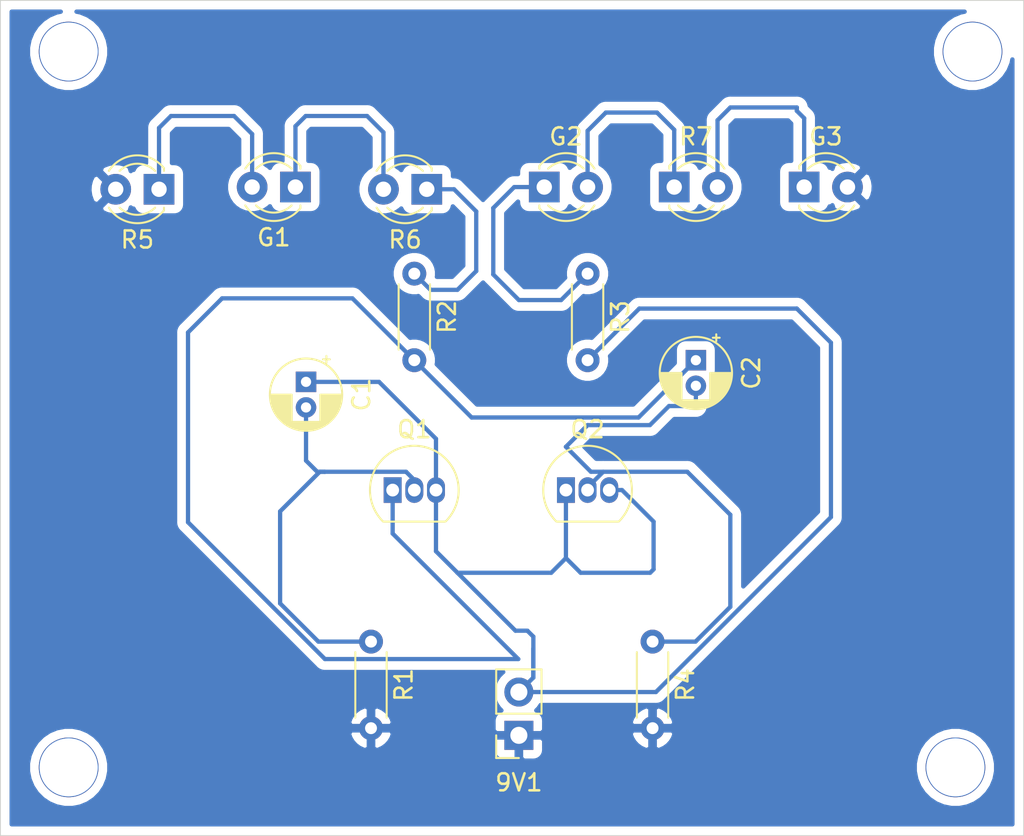
<source format=kicad_pcb>
(kicad_pcb (version 20171130) (host pcbnew "(5.1.12)-1")

  (general
    (thickness 1.6)
    (drawings 5)
    (tracks 117)
    (zones 0)
    (modules 15)
    (nets 12)
  )

  (page A4)
  (layers
    (0 F.Cu signal hide)
    (31 B.Cu signal)
    (32 B.Adhes user hide)
    (33 F.Adhes user hide)
    (34 B.Paste user hide)
    (35 F.Paste user hide)
    (36 B.SilkS user hide)
    (37 F.SilkS user hide)
    (38 B.Mask user)
    (39 F.Mask user)
    (40 Dwgs.User user hide)
    (41 Cmts.User user hide)
    (42 Eco1.User user hide)
    (43 Eco2.User user hide)
    (44 Edge.Cuts user)
    (45 Margin user hide)
    (46 B.CrtYd user hide)
    (47 F.CrtYd user hide)
    (48 B.Fab user hide)
    (49 F.Fab user)
  )

  (setup
    (last_trace_width 0.25)
    (trace_clearance 0.2)
    (zone_clearance 0.508)
    (zone_45_only no)
    (trace_min 0.2)
    (via_size 0.8)
    (via_drill 0.4)
    (via_min_size 0.4)
    (via_min_drill 0.3)
    (uvia_size 0.3)
    (uvia_drill 0.1)
    (uvias_allowed no)
    (uvia_min_size 0.2)
    (uvia_min_drill 0.1)
    (edge_width 0.05)
    (segment_width 0.2)
    (pcb_text_width 0.3)
    (pcb_text_size 1.5 1.5)
    (mod_edge_width 0.12)
    (mod_text_size 1 1)
    (mod_text_width 0.15)
    (pad_size 1.524 1.524)
    (pad_drill 0.762)
    (pad_to_mask_clearance 0)
    (aux_axis_origin 0 0)
    (visible_elements 7FFFFFFF)
    (pcbplotparams
      (layerselection 0x210c0_ffffffff)
      (usegerberextensions false)
      (usegerberattributes true)
      (usegerberadvancedattributes true)
      (creategerberjobfile true)
      (excludeedgelayer true)
      (linewidth 0.100000)
      (plotframeref false)
      (viasonmask false)
      (mode 1)
      (useauxorigin false)
      (hpglpennumber 1)
      (hpglpenspeed 20)
      (hpglpendiameter 15.000000)
      (psnegative false)
      (psa4output false)
      (plotreference true)
      (plotvalue true)
      (plotinvisibletext false)
      (padsonsilk false)
      (subtractmaskfromsilk false)
      (outputformat 1)
      (mirror false)
      (drillshape 0)
      (scaleselection 1)
      (outputdirectory "gerber/"))
  )

  (net 0 "")
  (net 1 Earth)
  (net 2 "Net-(C1-Pad2)")
  (net 3 "Net-(C2-Pad2)")
  (net 4 "Net-(9V1-Pad2)")
  (net 5 "Net-(C2-Pad1)")
  (net 6 "Net-(G1-Pad2)")
  (net 7 "Net-(G1-Pad1)")
  (net 8 "Net-(G2-Pad2)")
  (net 9 "Net-(G2-Pad1)")
  (net 10 "Net-(G3-Pad1)")
  (net 11 "Net-(R2-Pad1)")

  (net_class Default "This is the default net class."
    (clearance 0.2)
    (trace_width 0.25)
    (via_dia 0.8)
    (via_drill 0.4)
    (uvia_dia 0.3)
    (uvia_drill 0.1)
    (add_net Earth)
    (add_net "Net-(9V1-Pad2)")
    (add_net "Net-(C1-Pad2)")
    (add_net "Net-(C2-Pad1)")
    (add_net "Net-(C2-Pad2)")
    (add_net "Net-(G1-Pad1)")
    (add_net "Net-(G1-Pad2)")
    (add_net "Net-(G2-Pad1)")
    (add_net "Net-(G2-Pad2)")
    (add_net "Net-(G3-Pad1)")
    (add_net "Net-(R2-Pad1)")
  )

  (module LED_THT:LED_D3.0mm (layer F.Cu) (tedit 587A3A7B) (tstamp 64D8D3B0)
    (at 143.51 107.95)
    (descr "LED, diameter 3.0mm, 2 pins")
    (tags "LED diameter 3.0mm 2 pins")
    (path /64D804A7)
    (fp_text reference R7 (at 1.27 -2.96) (layer F.SilkS)
      (effects (font (size 1 1) (thickness 0.15)))
    )
    (fp_text value LED (at 1.27 2.96) (layer F.Fab)
      (effects (font (size 1 1) (thickness 0.15)))
    )
    (fp_circle (center 1.27 0) (end 2.77 0) (layer F.Fab) (width 0.1))
    (fp_line (start -0.23 -1.16619) (end -0.23 1.16619) (layer F.Fab) (width 0.1))
    (fp_line (start -0.29 -1.236) (end -0.29 -1.08) (layer F.SilkS) (width 0.12))
    (fp_line (start -0.29 1.08) (end -0.29 1.236) (layer F.SilkS) (width 0.12))
    (fp_line (start -1.15 -2.25) (end -1.15 2.25) (layer F.CrtYd) (width 0.05))
    (fp_line (start -1.15 2.25) (end 3.7 2.25) (layer F.CrtYd) (width 0.05))
    (fp_line (start 3.7 2.25) (end 3.7 -2.25) (layer F.CrtYd) (width 0.05))
    (fp_line (start 3.7 -2.25) (end -1.15 -2.25) (layer F.CrtYd) (width 0.05))
    (fp_arc (start 1.27 0) (end -0.23 -1.16619) (angle 284.3) (layer F.Fab) (width 0.1))
    (fp_arc (start 1.27 0) (end -0.29 -1.235516) (angle 108.8) (layer F.SilkS) (width 0.12))
    (fp_arc (start 1.27 0) (end -0.29 1.235516) (angle -108.8) (layer F.SilkS) (width 0.12))
    (fp_arc (start 1.27 0) (end 0.229039 -1.08) (angle 87.9) (layer F.SilkS) (width 0.12))
    (fp_arc (start 1.27 0) (end 0.229039 1.08) (angle -87.9) (layer F.SilkS) (width 0.12))
    (pad 1 thru_hole rect (at 0 0) (size 1.8 1.8) (drill 0.9) (layers *.Cu *.Mask)
      (net 8 "Net-(G2-Pad2)"))
    (pad 2 thru_hole circle (at 2.54 0) (size 1.8 1.8) (drill 0.9) (layers *.Cu *.Mask)
      (net 10 "Net-(G3-Pad1)"))
    (model ${KISYS3DMOD}/LED_THT.3dshapes/LED_D3.0mm.wrl
      (at (xyz 0 0 0))
      (scale (xyz 1 1 1))
      (rotate (xyz 0 0 0))
    )
  )

  (module LED_THT:LED_D3.0mm (layer F.Cu) (tedit 587A3A7B) (tstamp 64D8D39D)
    (at 129 108.08 180)
    (descr "LED, diameter 3.0mm, 2 pins")
    (tags "LED diameter 3.0mm 2 pins")
    (path /64D7F5A9)
    (fp_text reference R6 (at 1.27 -2.96) (layer F.SilkS)
      (effects (font (size 1 1) (thickness 0.15)))
    )
    (fp_text value LED (at 1.27 2.96) (layer F.Fab)
      (effects (font (size 1 1) (thickness 0.15)))
    )
    (fp_line (start 3.7 -2.25) (end -1.15 -2.25) (layer F.CrtYd) (width 0.05))
    (fp_line (start 3.7 2.25) (end 3.7 -2.25) (layer F.CrtYd) (width 0.05))
    (fp_line (start -1.15 2.25) (end 3.7 2.25) (layer F.CrtYd) (width 0.05))
    (fp_line (start -1.15 -2.25) (end -1.15 2.25) (layer F.CrtYd) (width 0.05))
    (fp_line (start -0.29 1.08) (end -0.29 1.236) (layer F.SilkS) (width 0.12))
    (fp_line (start -0.29 -1.236) (end -0.29 -1.08) (layer F.SilkS) (width 0.12))
    (fp_line (start -0.23 -1.16619) (end -0.23 1.16619) (layer F.Fab) (width 0.1))
    (fp_circle (center 1.27 0) (end 2.77 0) (layer F.Fab) (width 0.1))
    (fp_arc (start 1.27 0) (end 0.229039 1.08) (angle -87.9) (layer F.SilkS) (width 0.12))
    (fp_arc (start 1.27 0) (end 0.229039 -1.08) (angle 87.9) (layer F.SilkS) (width 0.12))
    (fp_arc (start 1.27 0) (end -0.29 1.235516) (angle -108.8) (layer F.SilkS) (width 0.12))
    (fp_arc (start 1.27 0) (end -0.29 -1.235516) (angle 108.8) (layer F.SilkS) (width 0.12))
    (fp_arc (start 1.27 0) (end -0.23 -1.16619) (angle 284.3) (layer F.Fab) (width 0.1))
    (pad 2 thru_hole circle (at 2.54 0 180) (size 1.8 1.8) (drill 0.9) (layers *.Cu *.Mask)
      (net 7 "Net-(G1-Pad1)"))
    (pad 1 thru_hole rect (at 0 0 180) (size 1.8 1.8) (drill 0.9) (layers *.Cu *.Mask)
      (net 11 "Net-(R2-Pad1)"))
    (model ${KISYS3DMOD}/LED_THT.3dshapes/LED_D3.0mm.wrl
      (at (xyz 0 0 0))
      (scale (xyz 1 1 1))
      (rotate (xyz 0 0 0))
    )
  )

  (module LED_THT:LED_D3.0mm (layer F.Cu) (tedit 587A3A7B) (tstamp 64D8D38A)
    (at 113.3 108.08 180)
    (descr "LED, diameter 3.0mm, 2 pins")
    (tags "LED diameter 3.0mm 2 pins")
    (path /64D8268D)
    (fp_text reference R5 (at 1.27 -2.96) (layer F.SilkS)
      (effects (font (size 1 1) (thickness 0.15)))
    )
    (fp_text value LED (at 1.27 2.96) (layer F.Fab)
      (effects (font (size 1 1) (thickness 0.15)))
    )
    (fp_circle (center 1.27 0) (end 2.77 0) (layer F.Fab) (width 0.1))
    (fp_line (start -0.23 -1.16619) (end -0.23 1.16619) (layer F.Fab) (width 0.1))
    (fp_line (start -0.29 -1.236) (end -0.29 -1.08) (layer F.SilkS) (width 0.12))
    (fp_line (start -0.29 1.08) (end -0.29 1.236) (layer F.SilkS) (width 0.12))
    (fp_line (start -1.15 -2.25) (end -1.15 2.25) (layer F.CrtYd) (width 0.05))
    (fp_line (start -1.15 2.25) (end 3.7 2.25) (layer F.CrtYd) (width 0.05))
    (fp_line (start 3.7 2.25) (end 3.7 -2.25) (layer F.CrtYd) (width 0.05))
    (fp_line (start 3.7 -2.25) (end -1.15 -2.25) (layer F.CrtYd) (width 0.05))
    (fp_arc (start 1.27 0) (end -0.23 -1.16619) (angle 284.3) (layer F.Fab) (width 0.1))
    (fp_arc (start 1.27 0) (end -0.29 -1.235516) (angle 108.8) (layer F.SilkS) (width 0.12))
    (fp_arc (start 1.27 0) (end -0.29 1.235516) (angle -108.8) (layer F.SilkS) (width 0.12))
    (fp_arc (start 1.27 0) (end 0.229039 -1.08) (angle 87.9) (layer F.SilkS) (width 0.12))
    (fp_arc (start 1.27 0) (end 0.229039 1.08) (angle -87.9) (layer F.SilkS) (width 0.12))
    (pad 1 thru_hole rect (at 0 0 180) (size 1.8 1.8) (drill 0.9) (layers *.Cu *.Mask)
      (net 6 "Net-(G1-Pad2)"))
    (pad 2 thru_hole circle (at 2.54 0 180) (size 1.8 1.8) (drill 0.9) (layers *.Cu *.Mask)
      (net 1 Earth))
    (model ${KISYS3DMOD}/LED_THT.3dshapes/LED_D3.0mm.wrl
      (at (xyz 0 0 0))
      (scale (xyz 1 1 1))
      (rotate (xyz 0 0 0))
    )
  )

  (module Resistor_THT:R_Axial_DIN0204_L3.6mm_D1.6mm_P5.08mm_Horizontal (layer F.Cu) (tedit 5AE5139B) (tstamp 64D8D377)
    (at 142.24 134.62 270)
    (descr "Resistor, Axial_DIN0204 series, Axial, Horizontal, pin pitch=5.08mm, 0.167W, length*diameter=3.6*1.6mm^2, http://cdn-reichelt.de/documents/datenblatt/B400/1_4W%23YAG.pdf")
    (tags "Resistor Axial_DIN0204 series Axial Horizontal pin pitch 5.08mm 0.167W length 3.6mm diameter 1.6mm")
    (path /64D856BA)
    (fp_text reference R4 (at 2.54 -1.92 90) (layer F.SilkS)
      (effects (font (size 1 1) (thickness 0.15)))
    )
    (fp_text value 47K (at 2.54 1.92 90) (layer F.Fab)
      (effects (font (size 1 1) (thickness 0.15)))
    )
    (fp_line (start 0.74 -0.8) (end 0.74 0.8) (layer F.Fab) (width 0.1))
    (fp_line (start 0.74 0.8) (end 4.34 0.8) (layer F.Fab) (width 0.1))
    (fp_line (start 4.34 0.8) (end 4.34 -0.8) (layer F.Fab) (width 0.1))
    (fp_line (start 4.34 -0.8) (end 0.74 -0.8) (layer F.Fab) (width 0.1))
    (fp_line (start 0 0) (end 0.74 0) (layer F.Fab) (width 0.1))
    (fp_line (start 5.08 0) (end 4.34 0) (layer F.Fab) (width 0.1))
    (fp_line (start 0.62 -0.92) (end 4.46 -0.92) (layer F.SilkS) (width 0.12))
    (fp_line (start 0.62 0.92) (end 4.46 0.92) (layer F.SilkS) (width 0.12))
    (fp_line (start -0.95 -1.05) (end -0.95 1.05) (layer F.CrtYd) (width 0.05))
    (fp_line (start -0.95 1.05) (end 6.03 1.05) (layer F.CrtYd) (width 0.05))
    (fp_line (start 6.03 1.05) (end 6.03 -1.05) (layer F.CrtYd) (width 0.05))
    (fp_line (start 6.03 -1.05) (end -0.95 -1.05) (layer F.CrtYd) (width 0.05))
    (fp_text user %R (at 1.564999 0 90) (layer F.Fab)
      (effects (font (size 0.72 0.72) (thickness 0.108)))
    )
    (pad 1 thru_hole circle (at 0 0 270) (size 1.4 1.4) (drill 0.7) (layers *.Cu *.Mask)
      (net 3 "Net-(C2-Pad2)"))
    (pad 2 thru_hole oval (at 5.08 0 270) (size 1.4 1.4) (drill 0.7) (layers *.Cu *.Mask)
      (net 1 Earth))
    (model ${KISYS3DMOD}/Resistor_THT.3dshapes/R_Axial_DIN0204_L3.6mm_D1.6mm_P5.08mm_Horizontal.wrl
      (at (xyz 0 0 0))
      (scale (xyz 1 1 1))
      (rotate (xyz 0 0 0))
    )
  )

  (module Resistor_THT:R_Axial_DIN0204_L3.6mm_D1.6mm_P5.08mm_Horizontal (layer F.Cu) (tedit 5AE5139B) (tstamp 64D8D364)
    (at 138.43 113.03 270)
    (descr "Resistor, Axial_DIN0204 series, Axial, Horizontal, pin pitch=5.08mm, 0.167W, length*diameter=3.6*1.6mm^2, http://cdn-reichelt.de/documents/datenblatt/B400/1_4W%23YAG.pdf")
    (tags "Resistor Axial_DIN0204 series Axial Horizontal pin pitch 5.08mm 0.167W length 3.6mm diameter 1.6mm")
    (path /64D87197)
    (fp_text reference R3 (at 2.54 -1.92 90) (layer F.SilkS)
      (effects (font (size 1 1) (thickness 0.15)))
    )
    (fp_text value "100 Ohms" (at 2.54 1.92 90) (layer F.Fab)
      (effects (font (size 1 1) (thickness 0.15)))
    )
    (fp_line (start 0.74 -0.8) (end 0.74 0.8) (layer F.Fab) (width 0.1))
    (fp_line (start 0.74 0.8) (end 4.34 0.8) (layer F.Fab) (width 0.1))
    (fp_line (start 4.34 0.8) (end 4.34 -0.8) (layer F.Fab) (width 0.1))
    (fp_line (start 4.34 -0.8) (end 0.74 -0.8) (layer F.Fab) (width 0.1))
    (fp_line (start 0 0) (end 0.74 0) (layer F.Fab) (width 0.1))
    (fp_line (start 5.08 0) (end 4.34 0) (layer F.Fab) (width 0.1))
    (fp_line (start 0.62 -0.92) (end 4.46 -0.92) (layer F.SilkS) (width 0.12))
    (fp_line (start 0.62 0.92) (end 4.46 0.92) (layer F.SilkS) (width 0.12))
    (fp_line (start -0.95 -1.05) (end -0.95 1.05) (layer F.CrtYd) (width 0.05))
    (fp_line (start -0.95 1.05) (end 6.03 1.05) (layer F.CrtYd) (width 0.05))
    (fp_line (start 6.03 1.05) (end 6.03 -1.05) (layer F.CrtYd) (width 0.05))
    (fp_line (start 6.03 -1.05) (end -0.95 -1.05) (layer F.CrtYd) (width 0.05))
    (fp_text user %R (at 2.54 0 90) (layer F.Fab)
      (effects (font (size 0.72 0.72) (thickness 0.108)))
    )
    (pad 1 thru_hole circle (at 0 0 270) (size 1.4 1.4) (drill 0.7) (layers *.Cu *.Mask)
      (net 9 "Net-(G2-Pad1)"))
    (pad 2 thru_hole oval (at 5.08 0 270) (size 1.4 1.4) (drill 0.7) (layers *.Cu *.Mask)
      (net 4 "Net-(9V1-Pad2)"))
    (model ${KISYS3DMOD}/Resistor_THT.3dshapes/R_Axial_DIN0204_L3.6mm_D1.6mm_P5.08mm_Horizontal.wrl
      (at (xyz 0 0 0))
      (scale (xyz 1 1 1))
      (rotate (xyz 0 0 0))
    )
  )

  (module Resistor_THT:R_Axial_DIN0204_L3.6mm_D1.6mm_P5.08mm_Horizontal (layer F.Cu) (tedit 5AE5139B) (tstamp 64D8D351)
    (at 128.27 113.03 270)
    (descr "Resistor, Axial_DIN0204 series, Axial, Horizontal, pin pitch=5.08mm, 0.167W, length*diameter=3.6*1.6mm^2, http://cdn-reichelt.de/documents/datenblatt/B400/1_4W%23YAG.pdf")
    (tags "Resistor Axial_DIN0204 series Axial Horizontal pin pitch 5.08mm 0.167W length 3.6mm diameter 1.6mm")
    (path /64D868CC)
    (fp_text reference R2 (at 2.54 -1.92 90) (layer F.SilkS)
      (effects (font (size 1 1) (thickness 0.15)))
    )
    (fp_text value "100 Ohms" (at 2.54 1.92 90) (layer F.Fab)
      (effects (font (size 1 1) (thickness 0.15)))
    )
    (fp_line (start 0.74 -0.8) (end 0.74 0.8) (layer F.Fab) (width 0.1))
    (fp_line (start 0.74 0.8) (end 4.34 0.8) (layer F.Fab) (width 0.1))
    (fp_line (start 4.34 0.8) (end 4.34 -0.8) (layer F.Fab) (width 0.1))
    (fp_line (start 4.34 -0.8) (end 0.74 -0.8) (layer F.Fab) (width 0.1))
    (fp_line (start 0 0) (end 0.74 0) (layer F.Fab) (width 0.1))
    (fp_line (start 5.08 0) (end 4.34 0) (layer F.Fab) (width 0.1))
    (fp_line (start 0.62 -0.92) (end 4.46 -0.92) (layer F.SilkS) (width 0.12))
    (fp_line (start 0.62 0.92) (end 4.46 0.92) (layer F.SilkS) (width 0.12))
    (fp_line (start -0.95 -1.05) (end -0.95 1.05) (layer F.CrtYd) (width 0.05))
    (fp_line (start -0.95 1.05) (end 6.03 1.05) (layer F.CrtYd) (width 0.05))
    (fp_line (start 6.03 1.05) (end 6.03 -1.05) (layer F.CrtYd) (width 0.05))
    (fp_line (start 6.03 -1.05) (end -0.95 -1.05) (layer F.CrtYd) (width 0.05))
    (fp_text user %R (at 2.54 -0.415001 90) (layer F.Fab)
      (effects (font (size 0.72 0.72) (thickness 0.108)))
    )
    (pad 1 thru_hole circle (at 0 0 270) (size 1.4 1.4) (drill 0.7) (layers *.Cu *.Mask)
      (net 11 "Net-(R2-Pad1)"))
    (pad 2 thru_hole oval (at 5.08 0 270) (size 1.4 1.4) (drill 0.7) (layers *.Cu *.Mask)
      (net 5 "Net-(C2-Pad1)"))
    (model ${KISYS3DMOD}/Resistor_THT.3dshapes/R_Axial_DIN0204_L3.6mm_D1.6mm_P5.08mm_Horizontal.wrl
      (at (xyz 0 0 0))
      (scale (xyz 1 1 1))
      (rotate (xyz 0 0 0))
    )
  )

  (module Resistor_THT:R_Axial_DIN0204_L3.6mm_D1.6mm_P5.08mm_Horizontal (layer F.Cu) (tedit 5AE5139B) (tstamp 64D8D33E)
    (at 125.73 134.62 270)
    (descr "Resistor, Axial_DIN0204 series, Axial, Horizontal, pin pitch=5.08mm, 0.167W, length*diameter=3.6*1.6mm^2, http://cdn-reichelt.de/documents/datenblatt/B400/1_4W%23YAG.pdf")
    (tags "Resistor Axial_DIN0204 series Axial Horizontal pin pitch 5.08mm 0.167W length 3.6mm diameter 1.6mm")
    (path /64D84EAD)
    (fp_text reference R1 (at 2.54 -1.92 90) (layer F.SilkS)
      (effects (font (size 1 1) (thickness 0.15)))
    )
    (fp_text value 47K (at 2.54 1.92 90) (layer F.Fab)
      (effects (font (size 1 1) (thickness 0.15)))
    )
    (fp_line (start 0.74 -0.8) (end 0.74 0.8) (layer F.Fab) (width 0.1))
    (fp_line (start 0.74 0.8) (end 4.34 0.8) (layer F.Fab) (width 0.1))
    (fp_line (start 4.34 0.8) (end 4.34 -0.8) (layer F.Fab) (width 0.1))
    (fp_line (start 4.34 -0.8) (end 0.74 -0.8) (layer F.Fab) (width 0.1))
    (fp_line (start 0 0) (end 0.74 0) (layer F.Fab) (width 0.1))
    (fp_line (start 5.08 0) (end 4.34 0) (layer F.Fab) (width 0.1))
    (fp_line (start 0.62 -0.92) (end 4.46 -0.92) (layer F.SilkS) (width 0.12))
    (fp_line (start 0.62 0.92) (end 4.46 0.92) (layer F.SilkS) (width 0.12))
    (fp_line (start -0.95 -1.05) (end -0.95 1.05) (layer F.CrtYd) (width 0.05))
    (fp_line (start -0.95 1.05) (end 6.03 1.05) (layer F.CrtYd) (width 0.05))
    (fp_line (start 6.03 1.05) (end 6.03 -1.05) (layer F.CrtYd) (width 0.05))
    (fp_line (start 6.03 -1.05) (end -0.95 -1.05) (layer F.CrtYd) (width 0.05))
    (fp_text user %R (at 2.54 0 90) (layer F.Fab)
      (effects (font (size 0.72 0.72) (thickness 0.108)))
    )
    (pad 1 thru_hole circle (at 0 0 270) (size 1.4 1.4) (drill 0.7) (layers *.Cu *.Mask)
      (net 2 "Net-(C1-Pad2)"))
    (pad 2 thru_hole oval (at 5.08 0 270) (size 1.4 1.4) (drill 0.7) (layers *.Cu *.Mask)
      (net 1 Earth))
    (model ${KISYS3DMOD}/Resistor_THT.3dshapes/R_Axial_DIN0204_L3.6mm_D1.6mm_P5.08mm_Horizontal.wrl
      (at (xyz 0 0 0))
      (scale (xyz 1 1 1))
      (rotate (xyz 0 0 0))
    )
  )

  (module Package_TO_SOT_THT:TO-92_Inline (layer F.Cu) (tedit 5A1DD157) (tstamp 64D8D32B)
    (at 137.16 125.73)
    (descr "TO-92 leads in-line, narrow, oval pads, drill 0.75mm (see NXP sot054_po.pdf)")
    (tags "to-92 sc-43 sc-43a sot54 PA33 transistor")
    (path /64DC2563)
    (fp_text reference Q2 (at 1.27 -3.56) (layer F.SilkS)
      (effects (font (size 1 1) (thickness 0.15)))
    )
    (fp_text value BC547 (at 1.27 2.79) (layer F.Fab)
      (effects (font (size 1 1) (thickness 0.15)))
    )
    (fp_line (start -0.53 1.85) (end 3.07 1.85) (layer F.SilkS) (width 0.12))
    (fp_line (start -0.5 1.75) (end 3 1.75) (layer F.Fab) (width 0.1))
    (fp_line (start -1.46 -2.73) (end 4 -2.73) (layer F.CrtYd) (width 0.05))
    (fp_line (start -1.46 -2.73) (end -1.46 2.01) (layer F.CrtYd) (width 0.05))
    (fp_line (start 4 2.01) (end 4 -2.73) (layer F.CrtYd) (width 0.05))
    (fp_line (start 4 2.01) (end -1.46 2.01) (layer F.CrtYd) (width 0.05))
    (fp_text user %R (at 1.27 0) (layer F.Fab)
      (effects (font (size 1 1) (thickness 0.15)))
    )
    (fp_arc (start 1.27 0) (end 1.27 -2.48) (angle 135) (layer F.Fab) (width 0.1))
    (fp_arc (start 1.27 0) (end 1.27 -2.6) (angle -135) (layer F.SilkS) (width 0.12))
    (fp_arc (start 1.27 0) (end 1.27 -2.48) (angle -135) (layer F.Fab) (width 0.1))
    (fp_arc (start 1.27 0) (end 1.27 -2.6) (angle 135) (layer F.SilkS) (width 0.12))
    (pad 2 thru_hole oval (at 1.27 0) (size 1.05 1.5) (drill 0.75) (layers *.Cu *.Mask)
      (net 3 "Net-(C2-Pad2)"))
    (pad 3 thru_hole oval (at 2.54 0) (size 1.05 1.5) (drill 0.75) (layers *.Cu *.Mask)
      (net 4 "Net-(9V1-Pad2)"))
    (pad 1 thru_hole rect (at 0 0) (size 1.05 1.5) (drill 0.75) (layers *.Cu *.Mask)
      (net 4 "Net-(9V1-Pad2)"))
    (model ${KISYS3DMOD}/Package_TO_SOT_THT.3dshapes/TO-92_Inline.wrl
      (at (xyz 0 0 0))
      (scale (xyz 1 1 1))
      (rotate (xyz 0 0 0))
    )
  )

  (module Package_TO_SOT_THT:TO-92_Inline (layer F.Cu) (tedit 5A1DD157) (tstamp 64D8D319)
    (at 127 125.73)
    (descr "TO-92 leads in-line, narrow, oval pads, drill 0.75mm (see NXP sot054_po.pdf)")
    (tags "to-92 sc-43 sc-43a sot54 PA33 transistor")
    (path /64DC1479)
    (fp_text reference Q1 (at 1.27 -3.56) (layer F.SilkS)
      (effects (font (size 1 1) (thickness 0.15)))
    )
    (fp_text value BC547 (at 1.27 2.79) (layer F.Fab)
      (effects (font (size 1 1) (thickness 0.15)))
    )
    (fp_line (start -0.53 1.85) (end 3.07 1.85) (layer F.SilkS) (width 0.12))
    (fp_line (start -0.5 1.75) (end 3 1.75) (layer F.Fab) (width 0.1))
    (fp_line (start -1.46 -2.73) (end 4 -2.73) (layer F.CrtYd) (width 0.05))
    (fp_line (start -1.46 -2.73) (end -1.46 2.01) (layer F.CrtYd) (width 0.05))
    (fp_line (start 4 2.01) (end 4 -2.73) (layer F.CrtYd) (width 0.05))
    (fp_line (start 4 2.01) (end -1.46 2.01) (layer F.CrtYd) (width 0.05))
    (fp_text user %R (at 1.054999 0) (layer F.Fab)
      (effects (font (size 1 1) (thickness 0.15)))
    )
    (fp_arc (start 1.27 0) (end 1.27 -2.48) (angle 135) (layer F.Fab) (width 0.1))
    (fp_arc (start 1.27 0) (end 1.27 -2.6) (angle -135) (layer F.SilkS) (width 0.12))
    (fp_arc (start 1.27 0) (end 1.27 -2.48) (angle -135) (layer F.Fab) (width 0.1))
    (fp_arc (start 1.27 0) (end 1.27 -2.6) (angle 135) (layer F.SilkS) (width 0.12))
    (pad 2 thru_hole oval (at 1.27 0) (size 1.05 1.5) (drill 0.75) (layers *.Cu *.Mask)
      (net 2 "Net-(C1-Pad2)"))
    (pad 3 thru_hole oval (at 2.54 0) (size 1.05 1.5) (drill 0.75) (layers *.Cu *.Mask)
      (net 4 "Net-(9V1-Pad2)"))
    (pad 1 thru_hole rect (at 0 0) (size 1.05 1.5) (drill 0.75) (layers *.Cu *.Mask)
      (net 5 "Net-(C2-Pad1)"))
    (model ${KISYS3DMOD}/Package_TO_SOT_THT.3dshapes/TO-92_Inline.wrl
      (at (xyz 0 0 0))
      (scale (xyz 1 1 1))
      (rotate (xyz 0 0 0))
    )
  )

  (module LED_THT:LED_D3.0mm (layer F.Cu) (tedit 587A3A7B) (tstamp 64D8D307)
    (at 151.13 107.95)
    (descr "LED, diameter 3.0mm, 2 pins")
    (tags "LED diameter 3.0mm 2 pins")
    (path /64D7F9DD)
    (fp_text reference G3 (at 1.27 -2.96) (layer F.SilkS)
      (effects (font (size 1 1) (thickness 0.15)))
    )
    (fp_text value LED (at 1.27 2.96) (layer F.Fab)
      (effects (font (size 1 1) (thickness 0.15)))
    )
    (fp_circle (center 1.27 0) (end 2.77 0) (layer F.Fab) (width 0.1))
    (fp_line (start -0.23 -1.16619) (end -0.23 1.16619) (layer F.Fab) (width 0.1))
    (fp_line (start -0.29 -1.236) (end -0.29 -1.08) (layer F.SilkS) (width 0.12))
    (fp_line (start -0.29 1.08) (end -0.29 1.236) (layer F.SilkS) (width 0.12))
    (fp_line (start -1.15 -2.25) (end -1.15 2.25) (layer F.CrtYd) (width 0.05))
    (fp_line (start -1.15 2.25) (end 3.7 2.25) (layer F.CrtYd) (width 0.05))
    (fp_line (start 3.7 2.25) (end 3.7 -2.25) (layer F.CrtYd) (width 0.05))
    (fp_line (start 3.7 -2.25) (end -1.15 -2.25) (layer F.CrtYd) (width 0.05))
    (fp_arc (start 1.27 0) (end -0.23 -1.16619) (angle 284.3) (layer F.Fab) (width 0.1))
    (fp_arc (start 1.27 0) (end -0.29 -1.235516) (angle 108.8) (layer F.SilkS) (width 0.12))
    (fp_arc (start 1.27 0) (end -0.29 1.235516) (angle -108.8) (layer F.SilkS) (width 0.12))
    (fp_arc (start 1.27 0) (end 0.229039 -1.08) (angle 87.9) (layer F.SilkS) (width 0.12))
    (fp_arc (start 1.27 0) (end 0.229039 1.08) (angle -87.9) (layer F.SilkS) (width 0.12))
    (pad 1 thru_hole rect (at 0 0) (size 1.8 1.8) (drill 0.9) (layers *.Cu *.Mask)
      (net 10 "Net-(G3-Pad1)"))
    (pad 2 thru_hole circle (at 2.54 0) (size 1.8 1.8) (drill 0.9) (layers *.Cu *.Mask)
      (net 1 Earth))
    (model ${KISYS3DMOD}/LED_THT.3dshapes/LED_D3.0mm.wrl
      (at (xyz 0 0 0))
      (scale (xyz 1 1 1))
      (rotate (xyz 0 0 0))
    )
  )

  (module LED_THT:LED_D3.0mm (layer F.Cu) (tedit 587A3A7B) (tstamp 64D8D2F4)
    (at 135.89 107.95)
    (descr "LED, diameter 3.0mm, 2 pins")
    (tags "LED diameter 3.0mm 2 pins")
    (path /64D80D9F)
    (fp_text reference G2 (at 1.27 -2.96) (layer F.SilkS)
      (effects (font (size 1 1) (thickness 0.15)))
    )
    (fp_text value LED (at 1.27 2.96) (layer F.Fab)
      (effects (font (size 1 1) (thickness 0.15)))
    )
    (fp_circle (center 1.27 0) (end 2.77 0) (layer F.Fab) (width 0.1))
    (fp_line (start -0.23 -1.16619) (end -0.23 1.16619) (layer F.Fab) (width 0.1))
    (fp_line (start -0.29 -1.236) (end -0.29 -1.08) (layer F.SilkS) (width 0.12))
    (fp_line (start -0.29 1.08) (end -0.29 1.236) (layer F.SilkS) (width 0.12))
    (fp_line (start -1.15 -2.25) (end -1.15 2.25) (layer F.CrtYd) (width 0.05))
    (fp_line (start -1.15 2.25) (end 3.7 2.25) (layer F.CrtYd) (width 0.05))
    (fp_line (start 3.7 2.25) (end 3.7 -2.25) (layer F.CrtYd) (width 0.05))
    (fp_line (start 3.7 -2.25) (end -1.15 -2.25) (layer F.CrtYd) (width 0.05))
    (fp_arc (start 1.27 0) (end -0.23 -1.16619) (angle 284.3) (layer F.Fab) (width 0.1))
    (fp_arc (start 1.27 0) (end -0.29 -1.235516) (angle 108.8) (layer F.SilkS) (width 0.12))
    (fp_arc (start 1.27 0) (end -0.29 1.235516) (angle -108.8) (layer F.SilkS) (width 0.12))
    (fp_arc (start 1.27 0) (end 0.229039 -1.08) (angle 87.9) (layer F.SilkS) (width 0.12))
    (fp_arc (start 1.27 0) (end 0.229039 1.08) (angle -87.9) (layer F.SilkS) (width 0.12))
    (pad 1 thru_hole rect (at 0 0) (size 1.8 1.8) (drill 0.9) (layers *.Cu *.Mask)
      (net 9 "Net-(G2-Pad1)"))
    (pad 2 thru_hole circle (at 2.54 0) (size 1.8 1.8) (drill 0.9) (layers *.Cu *.Mask)
      (net 8 "Net-(G2-Pad2)"))
    (model ${KISYS3DMOD}/LED_THT.3dshapes/LED_D3.0mm.wrl
      (at (xyz 0 0 0))
      (scale (xyz 1 1 1))
      (rotate (xyz 0 0 0))
    )
  )

  (module LED_THT:LED_D3.0mm (layer F.Cu) (tedit 587A3A7B) (tstamp 64D8D2E1)
    (at 121.3 107.95 180)
    (descr "LED, diameter 3.0mm, 2 pins")
    (tags "LED diameter 3.0mm 2 pins")
    (path /64D81C3E)
    (fp_text reference G1 (at 1.27 -2.96) (layer F.SilkS)
      (effects (font (size 1 1) (thickness 0.15)))
    )
    (fp_text value LED (at 1.27 2.96) (layer F.Fab)
      (effects (font (size 1 1) (thickness 0.15)))
    )
    (fp_circle (center 1.27 0) (end 2.77 0) (layer F.Fab) (width 0.1))
    (fp_line (start -0.23 -1.16619) (end -0.23 1.16619) (layer F.Fab) (width 0.1))
    (fp_line (start -0.29 -1.236) (end -0.29 -1.08) (layer F.SilkS) (width 0.12))
    (fp_line (start -0.29 1.08) (end -0.29 1.236) (layer F.SilkS) (width 0.12))
    (fp_line (start -1.15 -2.25) (end -1.15 2.25) (layer F.CrtYd) (width 0.05))
    (fp_line (start -1.15 2.25) (end 3.7 2.25) (layer F.CrtYd) (width 0.05))
    (fp_line (start 3.7 2.25) (end 3.7 -2.25) (layer F.CrtYd) (width 0.05))
    (fp_line (start 3.7 -2.25) (end -1.15 -2.25) (layer F.CrtYd) (width 0.05))
    (fp_arc (start 1.27 0) (end -0.23 -1.16619) (angle 284.3) (layer F.Fab) (width 0.1))
    (fp_arc (start 1.27 0) (end -0.29 -1.235516) (angle 108.8) (layer F.SilkS) (width 0.12))
    (fp_arc (start 1.27 0) (end -0.29 1.235516) (angle -108.8) (layer F.SilkS) (width 0.12))
    (fp_arc (start 1.27 0) (end 0.229039 -1.08) (angle 87.9) (layer F.SilkS) (width 0.12))
    (fp_arc (start 1.27 0) (end 0.229039 1.08) (angle -87.9) (layer F.SilkS) (width 0.12))
    (pad 1 thru_hole rect (at 0 0 180) (size 1.8 1.8) (drill 0.9) (layers *.Cu *.Mask)
      (net 7 "Net-(G1-Pad1)"))
    (pad 2 thru_hole circle (at 2.54 0 180) (size 1.8 1.8) (drill 0.9) (layers *.Cu *.Mask)
      (net 6 "Net-(G1-Pad2)"))
    (model ${KISYS3DMOD}/LED_THT.3dshapes/LED_D3.0mm.wrl
      (at (xyz 0 0 0))
      (scale (xyz 1 1 1))
      (rotate (xyz 0 0 0))
    )
  )

  (module Capacitor_THT:CP_Radial_D4.0mm_P1.50mm (layer F.Cu) (tedit 5AE50EF0) (tstamp 64D8D2CE)
    (at 144.78 118.11 270)
    (descr "CP, Radial series, Radial, pin pitch=1.50mm, , diameter=4mm, Electrolytic Capacitor")
    (tags "CP Radial series Radial pin pitch 1.50mm  diameter 4mm Electrolytic Capacitor")
    (path /64DAD5B9)
    (fp_text reference C2 (at 0.75 -3.25 90) (layer F.SilkS)
      (effects (font (size 1 1) (thickness 0.15)))
    )
    (fp_text value "10 UF" (at 0.75 3.25 90) (layer F.Fab)
      (effects (font (size 1 1) (thickness 0.15)))
    )
    (fp_circle (center 0.75 0) (end 2.75 0) (layer F.Fab) (width 0.1))
    (fp_circle (center 0.75 0) (end 2.87 0) (layer F.SilkS) (width 0.12))
    (fp_circle (center 0.75 0) (end 3 0) (layer F.CrtYd) (width 0.05))
    (fp_line (start -0.952554 -0.8675) (end -0.552554 -0.8675) (layer F.Fab) (width 0.1))
    (fp_line (start -0.752554 -1.0675) (end -0.752554 -0.6675) (layer F.Fab) (width 0.1))
    (fp_line (start 0.75 0.84) (end 0.75 2.08) (layer F.SilkS) (width 0.12))
    (fp_line (start 0.75 -2.08) (end 0.75 -0.84) (layer F.SilkS) (width 0.12))
    (fp_line (start 0.79 0.84) (end 0.79 2.08) (layer F.SilkS) (width 0.12))
    (fp_line (start 0.79 -2.08) (end 0.79 -0.84) (layer F.SilkS) (width 0.12))
    (fp_line (start 0.83 0.84) (end 0.83 2.079) (layer F.SilkS) (width 0.12))
    (fp_line (start 0.83 -2.079) (end 0.83 -0.84) (layer F.SilkS) (width 0.12))
    (fp_line (start 0.87 -2.077) (end 0.87 -0.84) (layer F.SilkS) (width 0.12))
    (fp_line (start 0.87 0.84) (end 0.87 2.077) (layer F.SilkS) (width 0.12))
    (fp_line (start 0.91 -2.074) (end 0.91 -0.84) (layer F.SilkS) (width 0.12))
    (fp_line (start 0.91 0.84) (end 0.91 2.074) (layer F.SilkS) (width 0.12))
    (fp_line (start 0.95 -2.071) (end 0.95 -0.84) (layer F.SilkS) (width 0.12))
    (fp_line (start 0.95 0.84) (end 0.95 2.071) (layer F.SilkS) (width 0.12))
    (fp_line (start 0.99 -2.067) (end 0.99 -0.84) (layer F.SilkS) (width 0.12))
    (fp_line (start 0.99 0.84) (end 0.99 2.067) (layer F.SilkS) (width 0.12))
    (fp_line (start 1.03 -2.062) (end 1.03 -0.84) (layer F.SilkS) (width 0.12))
    (fp_line (start 1.03 0.84) (end 1.03 2.062) (layer F.SilkS) (width 0.12))
    (fp_line (start 1.07 -2.056) (end 1.07 -0.84) (layer F.SilkS) (width 0.12))
    (fp_line (start 1.07 0.84) (end 1.07 2.056) (layer F.SilkS) (width 0.12))
    (fp_line (start 1.11 -2.05) (end 1.11 -0.84) (layer F.SilkS) (width 0.12))
    (fp_line (start 1.11 0.84) (end 1.11 2.05) (layer F.SilkS) (width 0.12))
    (fp_line (start 1.15 -2.042) (end 1.15 -0.84) (layer F.SilkS) (width 0.12))
    (fp_line (start 1.15 0.84) (end 1.15 2.042) (layer F.SilkS) (width 0.12))
    (fp_line (start 1.19 -2.034) (end 1.19 -0.84) (layer F.SilkS) (width 0.12))
    (fp_line (start 1.19 0.84) (end 1.19 2.034) (layer F.SilkS) (width 0.12))
    (fp_line (start 1.23 -2.025) (end 1.23 -0.84) (layer F.SilkS) (width 0.12))
    (fp_line (start 1.23 0.84) (end 1.23 2.025) (layer F.SilkS) (width 0.12))
    (fp_line (start 1.27 -2.016) (end 1.27 -0.84) (layer F.SilkS) (width 0.12))
    (fp_line (start 1.27 0.84) (end 1.27 2.016) (layer F.SilkS) (width 0.12))
    (fp_line (start 1.31 -2.005) (end 1.31 -0.84) (layer F.SilkS) (width 0.12))
    (fp_line (start 1.31 0.84) (end 1.31 2.005) (layer F.SilkS) (width 0.12))
    (fp_line (start 1.35 -1.994) (end 1.35 -0.84) (layer F.SilkS) (width 0.12))
    (fp_line (start 1.35 0.84) (end 1.35 1.994) (layer F.SilkS) (width 0.12))
    (fp_line (start 1.39 -1.982) (end 1.39 -0.84) (layer F.SilkS) (width 0.12))
    (fp_line (start 1.39 0.84) (end 1.39 1.982) (layer F.SilkS) (width 0.12))
    (fp_line (start 1.43 -1.968) (end 1.43 -0.84) (layer F.SilkS) (width 0.12))
    (fp_line (start 1.43 0.84) (end 1.43 1.968) (layer F.SilkS) (width 0.12))
    (fp_line (start 1.471 -1.954) (end 1.471 -0.84) (layer F.SilkS) (width 0.12))
    (fp_line (start 1.471 0.84) (end 1.471 1.954) (layer F.SilkS) (width 0.12))
    (fp_line (start 1.511 -1.94) (end 1.511 -0.84) (layer F.SilkS) (width 0.12))
    (fp_line (start 1.511 0.84) (end 1.511 1.94) (layer F.SilkS) (width 0.12))
    (fp_line (start 1.551 -1.924) (end 1.551 -0.84) (layer F.SilkS) (width 0.12))
    (fp_line (start 1.551 0.84) (end 1.551 1.924) (layer F.SilkS) (width 0.12))
    (fp_line (start 1.591 -1.907) (end 1.591 -0.84) (layer F.SilkS) (width 0.12))
    (fp_line (start 1.591 0.84) (end 1.591 1.907) (layer F.SilkS) (width 0.12))
    (fp_line (start 1.631 -1.889) (end 1.631 -0.84) (layer F.SilkS) (width 0.12))
    (fp_line (start 1.631 0.84) (end 1.631 1.889) (layer F.SilkS) (width 0.12))
    (fp_line (start 1.671 -1.87) (end 1.671 -0.84) (layer F.SilkS) (width 0.12))
    (fp_line (start 1.671 0.84) (end 1.671 1.87) (layer F.SilkS) (width 0.12))
    (fp_line (start 1.711 -1.851) (end 1.711 -0.84) (layer F.SilkS) (width 0.12))
    (fp_line (start 1.711 0.84) (end 1.711 1.851) (layer F.SilkS) (width 0.12))
    (fp_line (start 1.751 -1.83) (end 1.751 -0.84) (layer F.SilkS) (width 0.12))
    (fp_line (start 1.751 0.84) (end 1.751 1.83) (layer F.SilkS) (width 0.12))
    (fp_line (start 1.791 -1.808) (end 1.791 -0.84) (layer F.SilkS) (width 0.12))
    (fp_line (start 1.791 0.84) (end 1.791 1.808) (layer F.SilkS) (width 0.12))
    (fp_line (start 1.831 -1.785) (end 1.831 -0.84) (layer F.SilkS) (width 0.12))
    (fp_line (start 1.831 0.84) (end 1.831 1.785) (layer F.SilkS) (width 0.12))
    (fp_line (start 1.871 -1.76) (end 1.871 -0.84) (layer F.SilkS) (width 0.12))
    (fp_line (start 1.871 0.84) (end 1.871 1.76) (layer F.SilkS) (width 0.12))
    (fp_line (start 1.911 -1.735) (end 1.911 -0.84) (layer F.SilkS) (width 0.12))
    (fp_line (start 1.911 0.84) (end 1.911 1.735) (layer F.SilkS) (width 0.12))
    (fp_line (start 1.951 -1.708) (end 1.951 -0.84) (layer F.SilkS) (width 0.12))
    (fp_line (start 1.951 0.84) (end 1.951 1.708) (layer F.SilkS) (width 0.12))
    (fp_line (start 1.991 -1.68) (end 1.991 -0.84) (layer F.SilkS) (width 0.12))
    (fp_line (start 1.991 0.84) (end 1.991 1.68) (layer F.SilkS) (width 0.12))
    (fp_line (start 2.031 -1.65) (end 2.031 -0.84) (layer F.SilkS) (width 0.12))
    (fp_line (start 2.031 0.84) (end 2.031 1.65) (layer F.SilkS) (width 0.12))
    (fp_line (start 2.071 -1.619) (end 2.071 -0.84) (layer F.SilkS) (width 0.12))
    (fp_line (start 2.071 0.84) (end 2.071 1.619) (layer F.SilkS) (width 0.12))
    (fp_line (start 2.111 -1.587) (end 2.111 -0.84) (layer F.SilkS) (width 0.12))
    (fp_line (start 2.111 0.84) (end 2.111 1.587) (layer F.SilkS) (width 0.12))
    (fp_line (start 2.151 -1.552) (end 2.151 -0.84) (layer F.SilkS) (width 0.12))
    (fp_line (start 2.151 0.84) (end 2.151 1.552) (layer F.SilkS) (width 0.12))
    (fp_line (start 2.191 -1.516) (end 2.191 -0.84) (layer F.SilkS) (width 0.12))
    (fp_line (start 2.191 0.84) (end 2.191 1.516) (layer F.SilkS) (width 0.12))
    (fp_line (start 2.231 -1.478) (end 2.231 -0.84) (layer F.SilkS) (width 0.12))
    (fp_line (start 2.231 0.84) (end 2.231 1.478) (layer F.SilkS) (width 0.12))
    (fp_line (start 2.271 -1.438) (end 2.271 -0.84) (layer F.SilkS) (width 0.12))
    (fp_line (start 2.271 0.84) (end 2.271 1.438) (layer F.SilkS) (width 0.12))
    (fp_line (start 2.311 -1.396) (end 2.311 -0.84) (layer F.SilkS) (width 0.12))
    (fp_line (start 2.311 0.84) (end 2.311 1.396) (layer F.SilkS) (width 0.12))
    (fp_line (start 2.351 -1.351) (end 2.351 1.351) (layer F.SilkS) (width 0.12))
    (fp_line (start 2.391 -1.304) (end 2.391 1.304) (layer F.SilkS) (width 0.12))
    (fp_line (start 2.431 -1.254) (end 2.431 1.254) (layer F.SilkS) (width 0.12))
    (fp_line (start 2.471 -1.2) (end 2.471 1.2) (layer F.SilkS) (width 0.12))
    (fp_line (start 2.511 -1.142) (end 2.511 1.142) (layer F.SilkS) (width 0.12))
    (fp_line (start 2.551 -1.08) (end 2.551 1.08) (layer F.SilkS) (width 0.12))
    (fp_line (start 2.591 -1.013) (end 2.591 1.013) (layer F.SilkS) (width 0.12))
    (fp_line (start 2.631 -0.94) (end 2.631 0.94) (layer F.SilkS) (width 0.12))
    (fp_line (start 2.671 -0.859) (end 2.671 0.859) (layer F.SilkS) (width 0.12))
    (fp_line (start 2.711 -0.768) (end 2.711 0.768) (layer F.SilkS) (width 0.12))
    (fp_line (start 2.751 -0.664) (end 2.751 0.664) (layer F.SilkS) (width 0.12))
    (fp_line (start 2.791 -0.537) (end 2.791 0.537) (layer F.SilkS) (width 0.12))
    (fp_line (start 2.831 -0.37) (end 2.831 0.37) (layer F.SilkS) (width 0.12))
    (fp_line (start -1.519801 -1.195) (end -1.119801 -1.195) (layer F.SilkS) (width 0.12))
    (fp_line (start -1.319801 -1.395) (end -1.319801 -0.995) (layer F.SilkS) (width 0.12))
    (fp_text user %R (at 0.75 0 90) (layer F.Fab)
      (effects (font (size 0.8 0.8) (thickness 0.12)))
    )
    (pad 1 thru_hole rect (at 0 0 270) (size 1.2 1.2) (drill 0.6) (layers *.Cu *.Mask)
      (net 5 "Net-(C2-Pad1)"))
    (pad 2 thru_hole circle (at 1.5 0 270) (size 1.2 1.2) (drill 0.6) (layers *.Cu *.Mask)
      (net 3 "Net-(C2-Pad2)"))
    (model ${KISYS3DMOD}/Capacitor_THT.3dshapes/CP_Radial_D4.0mm_P1.50mm.wrl
      (at (xyz 0 0 0))
      (scale (xyz 1 1 1))
      (rotate (xyz 0 0 0))
    )
  )

  (module Capacitor_THT:CP_Radial_D4.0mm_P1.50mm (layer F.Cu) (tedit 5AE50EF0) (tstamp 64D8D263)
    (at 121.92 119.38 270)
    (descr "CP, Radial series, Radial, pin pitch=1.50mm, , diameter=4mm, Electrolytic Capacitor")
    (tags "CP Radial series Radial pin pitch 1.50mm  diameter 4mm Electrolytic Capacitor")
    (path /64DACCE9)
    (fp_text reference C1 (at 0.75 -3.25 90) (layer F.SilkS)
      (effects (font (size 1 1) (thickness 0.15)))
    )
    (fp_text value 10UF (at 0.75 3.25 90) (layer F.Fab)
      (effects (font (size 1 1) (thickness 0.15)))
    )
    (fp_circle (center 0.75 0) (end 2.75 0) (layer F.Fab) (width 0.1))
    (fp_circle (center 0.75 0) (end 2.87 0) (layer F.SilkS) (width 0.12))
    (fp_circle (center 0.75 0) (end 3 0) (layer F.CrtYd) (width 0.05))
    (fp_line (start -0.952554 -0.8675) (end -0.552554 -0.8675) (layer F.Fab) (width 0.1))
    (fp_line (start -0.752554 -1.0675) (end -0.752554 -0.6675) (layer F.Fab) (width 0.1))
    (fp_line (start 0.75 0.84) (end 0.75 2.08) (layer F.SilkS) (width 0.12))
    (fp_line (start 0.75 -2.08) (end 0.75 -0.84) (layer F.SilkS) (width 0.12))
    (fp_line (start 0.79 0.84) (end 0.79 2.08) (layer F.SilkS) (width 0.12))
    (fp_line (start 0.79 -2.08) (end 0.79 -0.84) (layer F.SilkS) (width 0.12))
    (fp_line (start 0.83 0.84) (end 0.83 2.079) (layer F.SilkS) (width 0.12))
    (fp_line (start 0.83 -2.079) (end 0.83 -0.84) (layer F.SilkS) (width 0.12))
    (fp_line (start 0.87 -2.077) (end 0.87 -0.84) (layer F.SilkS) (width 0.12))
    (fp_line (start 0.87 0.84) (end 0.87 2.077) (layer F.SilkS) (width 0.12))
    (fp_line (start 0.91 -2.074) (end 0.91 -0.84) (layer F.SilkS) (width 0.12))
    (fp_line (start 0.91 0.84) (end 0.91 2.074) (layer F.SilkS) (width 0.12))
    (fp_line (start 0.95 -2.071) (end 0.95 -0.84) (layer F.SilkS) (width 0.12))
    (fp_line (start 0.95 0.84) (end 0.95 2.071) (layer F.SilkS) (width 0.12))
    (fp_line (start 0.99 -2.067) (end 0.99 -0.84) (layer F.SilkS) (width 0.12))
    (fp_line (start 0.99 0.84) (end 0.99 2.067) (layer F.SilkS) (width 0.12))
    (fp_line (start 1.03 -2.062) (end 1.03 -0.84) (layer F.SilkS) (width 0.12))
    (fp_line (start 1.03 0.84) (end 1.03 2.062) (layer F.SilkS) (width 0.12))
    (fp_line (start 1.07 -2.056) (end 1.07 -0.84) (layer F.SilkS) (width 0.12))
    (fp_line (start 1.07 0.84) (end 1.07 2.056) (layer F.SilkS) (width 0.12))
    (fp_line (start 1.11 -2.05) (end 1.11 -0.84) (layer F.SilkS) (width 0.12))
    (fp_line (start 1.11 0.84) (end 1.11 2.05) (layer F.SilkS) (width 0.12))
    (fp_line (start 1.15 -2.042) (end 1.15 -0.84) (layer F.SilkS) (width 0.12))
    (fp_line (start 1.15 0.84) (end 1.15 2.042) (layer F.SilkS) (width 0.12))
    (fp_line (start 1.19 -2.034) (end 1.19 -0.84) (layer F.SilkS) (width 0.12))
    (fp_line (start 1.19 0.84) (end 1.19 2.034) (layer F.SilkS) (width 0.12))
    (fp_line (start 1.23 -2.025) (end 1.23 -0.84) (layer F.SilkS) (width 0.12))
    (fp_line (start 1.23 0.84) (end 1.23 2.025) (layer F.SilkS) (width 0.12))
    (fp_line (start 1.27 -2.016) (end 1.27 -0.84) (layer F.SilkS) (width 0.12))
    (fp_line (start 1.27 0.84) (end 1.27 2.016) (layer F.SilkS) (width 0.12))
    (fp_line (start 1.31 -2.005) (end 1.31 -0.84) (layer F.SilkS) (width 0.12))
    (fp_line (start 1.31 0.84) (end 1.31 2.005) (layer F.SilkS) (width 0.12))
    (fp_line (start 1.35 -1.994) (end 1.35 -0.84) (layer F.SilkS) (width 0.12))
    (fp_line (start 1.35 0.84) (end 1.35 1.994) (layer F.SilkS) (width 0.12))
    (fp_line (start 1.39 -1.982) (end 1.39 -0.84) (layer F.SilkS) (width 0.12))
    (fp_line (start 1.39 0.84) (end 1.39 1.982) (layer F.SilkS) (width 0.12))
    (fp_line (start 1.43 -1.968) (end 1.43 -0.84) (layer F.SilkS) (width 0.12))
    (fp_line (start 1.43 0.84) (end 1.43 1.968) (layer F.SilkS) (width 0.12))
    (fp_line (start 1.471 -1.954) (end 1.471 -0.84) (layer F.SilkS) (width 0.12))
    (fp_line (start 1.471 0.84) (end 1.471 1.954) (layer F.SilkS) (width 0.12))
    (fp_line (start 1.511 -1.94) (end 1.511 -0.84) (layer F.SilkS) (width 0.12))
    (fp_line (start 1.511 0.84) (end 1.511 1.94) (layer F.SilkS) (width 0.12))
    (fp_line (start 1.551 -1.924) (end 1.551 -0.84) (layer F.SilkS) (width 0.12))
    (fp_line (start 1.551 0.84) (end 1.551 1.924) (layer F.SilkS) (width 0.12))
    (fp_line (start 1.591 -1.907) (end 1.591 -0.84) (layer F.SilkS) (width 0.12))
    (fp_line (start 1.591 0.84) (end 1.591 1.907) (layer F.SilkS) (width 0.12))
    (fp_line (start 1.631 -1.889) (end 1.631 -0.84) (layer F.SilkS) (width 0.12))
    (fp_line (start 1.631 0.84) (end 1.631 1.889) (layer F.SilkS) (width 0.12))
    (fp_line (start 1.671 -1.87) (end 1.671 -0.84) (layer F.SilkS) (width 0.12))
    (fp_line (start 1.671 0.84) (end 1.671 1.87) (layer F.SilkS) (width 0.12))
    (fp_line (start 1.711 -1.851) (end 1.711 -0.84) (layer F.SilkS) (width 0.12))
    (fp_line (start 1.711 0.84) (end 1.711 1.851) (layer F.SilkS) (width 0.12))
    (fp_line (start 1.751 -1.83) (end 1.751 -0.84) (layer F.SilkS) (width 0.12))
    (fp_line (start 1.751 0.84) (end 1.751 1.83) (layer F.SilkS) (width 0.12))
    (fp_line (start 1.791 -1.808) (end 1.791 -0.84) (layer F.SilkS) (width 0.12))
    (fp_line (start 1.791 0.84) (end 1.791 1.808) (layer F.SilkS) (width 0.12))
    (fp_line (start 1.831 -1.785) (end 1.831 -0.84) (layer F.SilkS) (width 0.12))
    (fp_line (start 1.831 0.84) (end 1.831 1.785) (layer F.SilkS) (width 0.12))
    (fp_line (start 1.871 -1.76) (end 1.871 -0.84) (layer F.SilkS) (width 0.12))
    (fp_line (start 1.871 0.84) (end 1.871 1.76) (layer F.SilkS) (width 0.12))
    (fp_line (start 1.911 -1.735) (end 1.911 -0.84) (layer F.SilkS) (width 0.12))
    (fp_line (start 1.911 0.84) (end 1.911 1.735) (layer F.SilkS) (width 0.12))
    (fp_line (start 1.951 -1.708) (end 1.951 -0.84) (layer F.SilkS) (width 0.12))
    (fp_line (start 1.951 0.84) (end 1.951 1.708) (layer F.SilkS) (width 0.12))
    (fp_line (start 1.991 -1.68) (end 1.991 -0.84) (layer F.SilkS) (width 0.12))
    (fp_line (start 1.991 0.84) (end 1.991 1.68) (layer F.SilkS) (width 0.12))
    (fp_line (start 2.031 -1.65) (end 2.031 -0.84) (layer F.SilkS) (width 0.12))
    (fp_line (start 2.031 0.84) (end 2.031 1.65) (layer F.SilkS) (width 0.12))
    (fp_line (start 2.071 -1.619) (end 2.071 -0.84) (layer F.SilkS) (width 0.12))
    (fp_line (start 2.071 0.84) (end 2.071 1.619) (layer F.SilkS) (width 0.12))
    (fp_line (start 2.111 -1.587) (end 2.111 -0.84) (layer F.SilkS) (width 0.12))
    (fp_line (start 2.111 0.84) (end 2.111 1.587) (layer F.SilkS) (width 0.12))
    (fp_line (start 2.151 -1.552) (end 2.151 -0.84) (layer F.SilkS) (width 0.12))
    (fp_line (start 2.151 0.84) (end 2.151 1.552) (layer F.SilkS) (width 0.12))
    (fp_line (start 2.191 -1.516) (end 2.191 -0.84) (layer F.SilkS) (width 0.12))
    (fp_line (start 2.191 0.84) (end 2.191 1.516) (layer F.SilkS) (width 0.12))
    (fp_line (start 2.231 -1.478) (end 2.231 -0.84) (layer F.SilkS) (width 0.12))
    (fp_line (start 2.231 0.84) (end 2.231 1.478) (layer F.SilkS) (width 0.12))
    (fp_line (start 2.271 -1.438) (end 2.271 -0.84) (layer F.SilkS) (width 0.12))
    (fp_line (start 2.271 0.84) (end 2.271 1.438) (layer F.SilkS) (width 0.12))
    (fp_line (start 2.311 -1.396) (end 2.311 -0.84) (layer F.SilkS) (width 0.12))
    (fp_line (start 2.311 0.84) (end 2.311 1.396) (layer F.SilkS) (width 0.12))
    (fp_line (start 2.351 -1.351) (end 2.351 1.351) (layer F.SilkS) (width 0.12))
    (fp_line (start 2.391 -1.304) (end 2.391 1.304) (layer F.SilkS) (width 0.12))
    (fp_line (start 2.431 -1.254) (end 2.431 1.254) (layer F.SilkS) (width 0.12))
    (fp_line (start 2.471 -1.2) (end 2.471 1.2) (layer F.SilkS) (width 0.12))
    (fp_line (start 2.511 -1.142) (end 2.511 1.142) (layer F.SilkS) (width 0.12))
    (fp_line (start 2.551 -1.08) (end 2.551 1.08) (layer F.SilkS) (width 0.12))
    (fp_line (start 2.591 -1.013) (end 2.591 1.013) (layer F.SilkS) (width 0.12))
    (fp_line (start 2.631 -0.94) (end 2.631 0.94) (layer F.SilkS) (width 0.12))
    (fp_line (start 2.671 -0.859) (end 2.671 0.859) (layer F.SilkS) (width 0.12))
    (fp_line (start 2.711 -0.768) (end 2.711 0.768) (layer F.SilkS) (width 0.12))
    (fp_line (start 2.751 -0.664) (end 2.751 0.664) (layer F.SilkS) (width 0.12))
    (fp_line (start 2.791 -0.537) (end 2.791 0.537) (layer F.SilkS) (width 0.12))
    (fp_line (start 2.831 -0.37) (end 2.831 0.37) (layer F.SilkS) (width 0.12))
    (fp_line (start -1.519801 -1.195) (end -1.119801 -1.195) (layer F.SilkS) (width 0.12))
    (fp_line (start -1.319801 -1.395) (end -1.319801 -0.995) (layer F.SilkS) (width 0.12))
    (fp_text user %R (at 1.27 0 90) (layer F.Fab)
      (effects (font (size 0.8 0.8) (thickness 0.12)))
    )
    (pad 1 thru_hole rect (at 0 0 270) (size 1.2 1.2) (drill 0.6) (layers *.Cu *.Mask)
      (net 4 "Net-(9V1-Pad2)"))
    (pad 2 thru_hole circle (at 1.5 0 270) (size 1.2 1.2) (drill 0.6) (layers *.Cu *.Mask)
      (net 2 "Net-(C1-Pad2)"))
    (model ${KISYS3DMOD}/Capacitor_THT.3dshapes/CP_Radial_D4.0mm_P1.50mm.wrl
      (at (xyz 0 0 0))
      (scale (xyz 1 1 1))
      (rotate (xyz 0 0 0))
    )
  )

  (module Connector_PinSocket_2.54mm:PinSocket_1x02_P2.54mm_Vertical (layer F.Cu) (tedit 5A19A420) (tstamp 64D8D1F8)
    (at 134.4 140.12 180)
    (descr "Through hole straight socket strip, 1x02, 2.54mm pitch, single row (from Kicad 4.0.7), script generated")
    (tags "Through hole socket strip THT 1x02 2.54mm single row")
    (path /64D85F9E)
    (fp_text reference 9V1 (at 0 -2.77) (layer F.SilkS)
      (effects (font (size 1 1) (thickness 0.15)))
    )
    (fp_text value Battery (at 0 5.31) (layer F.Fab)
      (effects (font (size 1 1) (thickness 0.15)))
    )
    (fp_line (start -1.8 4.3) (end -1.8 -1.8) (layer F.CrtYd) (width 0.05))
    (fp_line (start 1.75 4.3) (end -1.8 4.3) (layer F.CrtYd) (width 0.05))
    (fp_line (start 1.75 -1.8) (end 1.75 4.3) (layer F.CrtYd) (width 0.05))
    (fp_line (start -1.8 -1.8) (end 1.75 -1.8) (layer F.CrtYd) (width 0.05))
    (fp_line (start 0 -1.33) (end 1.33 -1.33) (layer F.SilkS) (width 0.12))
    (fp_line (start 1.33 -1.33) (end 1.33 0) (layer F.SilkS) (width 0.12))
    (fp_line (start 1.33 1.27) (end 1.33 3.87) (layer F.SilkS) (width 0.12))
    (fp_line (start -1.33 3.87) (end 1.33 3.87) (layer F.SilkS) (width 0.12))
    (fp_line (start -1.33 1.27) (end -1.33 3.87) (layer F.SilkS) (width 0.12))
    (fp_line (start -1.33 1.27) (end 1.33 1.27) (layer F.SilkS) (width 0.12))
    (fp_line (start -1.27 3.81) (end -1.27 -1.27) (layer F.Fab) (width 0.1))
    (fp_line (start 1.27 3.81) (end -1.27 3.81) (layer F.Fab) (width 0.1))
    (fp_line (start 1.27 -0.635) (end 1.27 3.81) (layer F.Fab) (width 0.1))
    (fp_line (start 0.635 -1.27) (end 1.27 -0.635) (layer F.Fab) (width 0.1))
    (fp_line (start -1.27 -1.27) (end 0.635 -1.27) (layer F.Fab) (width 0.1))
    (fp_text user %R (at -0.1 1.5 90) (layer F.Fab)
      (effects (font (size 1 1) (thickness 0.15)))
    )
    (pad 2 thru_hole oval (at 0 2.54 180) (size 1.7 1.7) (drill 1) (layers *.Cu *.Mask)
      (net 4 "Net-(9V1-Pad2)"))
    (pad 1 thru_hole rect (at 0 0 180) (size 1.7 1.7) (drill 1) (layers *.Cu *.Mask)
      (net 1 Earth))
    (model ${KISYS3DMOD}/Connector_PinSocket_2.54mm.3dshapes/PinSocket_1x02_P2.54mm_Vertical.wrl
      (at (xyz 0 0 0))
      (scale (xyz 1 1 1))
      (rotate (xyz 0 0 0))
    )
  )

  (gr_line (start 104 146) (end 104 97) (layer Edge.Cuts) (width 0.05) (tstamp 64D9046D))
  (gr_line (start 164 146) (end 104 146) (layer Edge.Cuts) (width 0.05))
  (gr_line (start 164 97) (end 164 146) (layer Edge.Cuts) (width 0.05))
  (gr_line (start 104 97) (end 164 97) (layer Edge.Cuts) (width 0.05))
  (gr_line (start 105 99) (end 135 81) (layer Dwgs.User) (width 0.15))

  (via (at 161 100) (size 3.5) (drill 3.4) (layers F.Cu B.Cu) (net 0))
  (via (at 160 142) (size 3.5) (drill 3.4) (layers F.Cu B.Cu) (net 0) (tstamp 64D8F40A))
  (via (at 108 100) (size 3.5) (drill 3.4) (layers F.Cu B.Cu) (net 0) (tstamp 64D8F40A))
  (via (at 108 142) (size 3.5) (drill 3.4) (layers F.Cu B.Cu) (net 0) (tstamp 64D8F40A))
  (segment (start 142.24 139.7) (end 149.58 139.7) (width 0.25) (layer B.Cu) (net 1))
  (segment (start 149.58 139.7) (end 157.5 131.78) (width 0.25) (layer B.Cu) (net 1))
  (segment (start 157.5 111.78) (end 153.67 107.95) (width 0.25) (layer B.Cu) (net 1))
  (segment (start 157.5 131.78) (end 157.5 111.78) (width 0.25) (layer B.Cu) (net 1))
  (segment (start 110.76 108.08) (end 107.6 111.24) (width 0.25) (layer B.Cu) (net 1))
  (segment (start 107.6 111.24) (end 107.6 133.88) (width 0.25) (layer B.Cu) (net 1))
  (segment (start 113.42 139.7) (end 125.73 139.7) (width 0.25) (layer B.Cu) (net 1))
  (segment (start 107.6 133.88) (end 113.42 139.7) (width 0.25) (layer B.Cu) (net 1))
  (segment (start 125.73 139.7) (end 125.73 141.91) (width 0.25) (layer B.Cu) (net 1))
  (segment (start 125.73 141.91) (end 127.6 143.78) (width 0.25) (layer B.Cu) (net 1))
  (segment (start 127.6 143.78) (end 132.9 143.78) (width 0.25) (layer B.Cu) (net 1))
  (segment (start 134.4 142.28) (end 134.4 140.12) (width 0.25) (layer B.Cu) (net 1))
  (segment (start 132.9 143.78) (end 134.4 142.28) (width 0.25) (layer B.Cu) (net 1))
  (segment (start 134.4 140.12) (end 134.4 142.68) (width 0.25) (layer B.Cu) (net 1))
  (segment (start 134.4 142.68) (end 135.5 143.78) (width 0.25) (layer B.Cu) (net 1))
  (segment (start 135.5 143.78) (end 141.3 143.78) (width 0.25) (layer B.Cu) (net 1))
  (segment (start 142.24 142.84) (end 142.24 139.7) (width 0.25) (layer B.Cu) (net 1))
  (segment (start 141.3 143.78) (end 142.24 142.84) (width 0.25) (layer B.Cu) (net 1))
  (segment (start 128.27 125.139998) (end 128.27 125.73) (width 0.25) (layer B.Cu) (net 2))
  (segment (start 127.785001 124.654999) (end 128.27 125.139998) (width 0.25) (layer B.Cu) (net 2))
  (segment (start 120.4 126.98) (end 122.725001 124.654999) (width 0.25) (layer B.Cu) (net 2))
  (segment (start 120.4 132.38) (end 120.4 126.98) (width 0.25) (layer B.Cu) (net 2))
  (segment (start 122.64 134.62) (end 120.4 132.38) (width 0.25) (layer B.Cu) (net 2))
  (segment (start 125.73 134.62) (end 122.64 134.62) (width 0.25) (layer B.Cu) (net 2))
  (segment (start 121.92 120.88) (end 121.92 124) (width 0.25) (layer B.Cu) (net 2))
  (segment (start 122.574999 124.654999) (end 123.025001 124.654999) (width 0.25) (layer B.Cu) (net 2))
  (segment (start 121.92 124) (end 122.574999 124.654999) (width 0.25) (layer B.Cu) (net 2))
  (segment (start 123.025001 124.654999) (end 127.785001 124.654999) (width 0.25) (layer B.Cu) (net 2))
  (segment (start 122.725001 124.654999) (end 123.025001 124.654999) (width 0.25) (layer B.Cu) (net 2))
  (segment (start 146.8 132.58) (end 146.8 127.18) (width 0.25) (layer B.Cu) (net 3))
  (segment (start 144.27499 124.65499) (end 139.347915 124.65499) (width 0.25) (layer B.Cu) (net 3))
  (segment (start 144.76 134.62) (end 146.8 132.58) (width 0.25) (layer B.Cu) (net 3))
  (segment (start 146.8 127.18) (end 144.27499 124.65499) (width 0.25) (layer B.Cu) (net 3))
  (segment (start 142.24 134.62) (end 144.76 134.62) (width 0.25) (layer B.Cu) (net 3))
  (segment (start 138.43 125.572905) (end 138.43 125.73) (width 0.25) (layer B.Cu) (net 3))
  (segment (start 139.347915 124.65499) (end 138.43 125.572905) (width 0.25) (layer B.Cu) (net 3))
  (segment (start 138.43 121.92) (end 137.16 123.19) (width 0.25) (layer B.Cu) (net 3))
  (segment (start 142.082905 121.92) (end 138.43 121.92) (width 0.25) (layer B.Cu) (net 3))
  (segment (start 138.62499 124.65499) (end 139.347915 124.65499) (width 0.25) (layer B.Cu) (net 3))
  (segment (start 143.202905 120.8) (end 142.082905 121.92) (width 0.25) (layer B.Cu) (net 3))
  (segment (start 144.78 120.8) (end 143.202905 120.8) (width 0.25) (layer B.Cu) (net 3))
  (segment (start 137.16 123.19) (end 138.62499 124.65499) (width 0.25) (layer B.Cu) (net 3))
  (segment (start 144.78 119.61) (end 144.78 120.8) (width 0.25) (layer B.Cu) (net 3))
  (segment (start 121.92 119.38) (end 126.2 119.38) (width 0.25) (layer B.Cu) (net 4))
  (segment (start 129.54 122.72) (end 129.54 125.73) (width 0.25) (layer B.Cu) (net 4))
  (segment (start 126.2 119.38) (end 129.54 122.72) (width 0.25) (layer B.Cu) (net 4))
  (segment (start 129.54 125.73) (end 129.54 129.32) (width 0.25) (layer B.Cu) (net 4))
  (segment (start 129.54 129.32) (end 130.8 130.58) (width 0.25) (layer B.Cu) (net 4))
  (segment (start 130.8 130.58) (end 136.3 130.58) (width 0.25) (layer B.Cu) (net 4))
  (segment (start 137.16 129.72) (end 137.16 125.73) (width 0.25) (layer B.Cu) (net 4))
  (segment (start 136.3 130.58) (end 137.16 129.72) (width 0.25) (layer B.Cu) (net 4))
  (segment (start 138.43 118.11) (end 141.46 115.08) (width 0.25) (layer B.Cu) (net 4))
  (segment (start 141.46 115.08) (end 150.7 115.08) (width 0.25) (layer B.Cu) (net 4))
  (segment (start 150.7 115.08) (end 152.7 117.08) (width 0.25) (layer B.Cu) (net 4))
  (segment (start 142.43641 137.58) (end 134.4 137.58) (width 0.25) (layer B.Cu) (net 4))
  (segment (start 152.7 127.31641) (end 142.43641 137.58) (width 0.25) (layer B.Cu) (net 4))
  (segment (start 152.7 117.08) (end 152.7 127.31641) (width 0.25) (layer B.Cu) (net 4))
  (segment (start 135.249999 136.730001) (end 135.249999 135.029999) (width 0.25) (layer B.Cu) (net 4))
  (segment (start 134.4 137.58) (end 135.249999 136.730001) (width 0.25) (layer B.Cu) (net 4))
  (segment (start 135.249999 136.730001) (end 135.249999 134.329999) (width 0.25) (layer B.Cu) (net 4))
  (segment (start 134.2 133.98) (end 130.8 130.58) (width 0.25) (layer B.Cu) (net 4))
  (segment (start 134.9 133.98) (end 134.2 133.98) (width 0.25) (layer B.Cu) (net 4))
  (segment (start 135.249999 134.329999) (end 134.9 133.98) (width 0.25) (layer B.Cu) (net 4))
  (segment (start 139.7 125.73) (end 140.45 125.73) (width 0.25) (layer B.Cu) (net 4))
  (segment (start 140.45 125.73) (end 142.3 127.58) (width 0.25) (layer B.Cu) (net 4))
  (segment (start 142.3 127.58) (end 142.3 130.38) (width 0.25) (layer B.Cu) (net 4))
  (segment (start 142.3 130.38) (end 142.1 130.58) (width 0.25) (layer B.Cu) (net 4))
  (segment (start 138.02 130.58) (end 137.16 129.72) (width 0.25) (layer B.Cu) (net 4))
  (segment (start 142.1 130.58) (end 138.02 130.58) (width 0.25) (layer B.Cu) (net 4))
  (segment (start 124.64 114.48) (end 128.27 118.11) (width 0.25) (layer B.Cu) (net 5))
  (segment (start 117 114.48) (end 124.64 114.48) (width 0.25) (layer B.Cu) (net 5))
  (segment (start 115 116.48) (end 117 114.48) (width 0.25) (layer B.Cu) (net 5))
  (segment (start 115 127.61641) (end 115 116.48) (width 0.25) (layer B.Cu) (net 5))
  (segment (start 123.028591 135.645001) (end 115 127.61641) (width 0.25) (layer B.Cu) (net 5))
  (segment (start 134.365001 135.645001) (end 123.028591 135.645001) (width 0.25) (layer B.Cu) (net 5))
  (segment (start 127 128.28) (end 134.365001 135.645001) (width 0.25) (layer B.Cu) (net 5))
  (segment (start 127 125.73) (end 127 128.28) (width 0.25) (layer B.Cu) (net 5))
  (segment (start 131.629989 121.469989) (end 141.420011 121.469989) (width 0.25) (layer B.Cu) (net 5))
  (segment (start 128.27 118.11) (end 131.629989 121.469989) (width 0.25) (layer B.Cu) (net 5))
  (segment (start 141.420011 121.469989) (end 144.78 118.11) (width 0.25) (layer B.Cu) (net 5))
  (segment (start 113.3 108.08) (end 113.3 104.48) (width 0.25) (layer B.Cu) (net 6))
  (segment (start 113.3 104.48) (end 114 103.78) (width 0.25) (layer B.Cu) (net 6))
  (segment (start 114 103.78) (end 117.7 103.78) (width 0.25) (layer B.Cu) (net 6))
  (segment (start 118.76 104.84) (end 118.76 107.95) (width 0.25) (layer B.Cu) (net 6))
  (segment (start 117.7 103.78) (end 118.76 104.84) (width 0.25) (layer B.Cu) (net 6))
  (segment (start 121.3 107.95) (end 121.3 104.38) (width 0.25) (layer B.Cu) (net 7))
  (segment (start 121.3 104.38) (end 121.9 103.78) (width 0.25) (layer B.Cu) (net 7))
  (segment (start 121.9 103.78) (end 125.5 103.78) (width 0.25) (layer B.Cu) (net 7))
  (segment (start 126.46 104.74) (end 126.46 108.08) (width 0.25) (layer B.Cu) (net 7))
  (segment (start 125.5 103.78) (end 126.46 104.74) (width 0.25) (layer B.Cu) (net 7))
  (segment (start 138.43 107.95) (end 138.43 104.65) (width 0.25) (layer B.Cu) (net 8))
  (segment (start 138.43 104.65) (end 139.5 103.58) (width 0.25) (layer B.Cu) (net 8))
  (segment (start 139.5 103.58) (end 142.5 103.58) (width 0.25) (layer B.Cu) (net 8))
  (segment (start 143.51 104.59) (end 143.51 107.95) (width 0.25) (layer B.Cu) (net 8))
  (segment (start 142.5 103.58) (end 143.51 104.59) (width 0.25) (layer B.Cu) (net 8))
  (segment (start 135.89 107.95) (end 134.13 107.95) (width 0.25) (layer B.Cu) (net 9))
  (segment (start 134.13 107.95) (end 132.9 109.18) (width 0.25) (layer B.Cu) (net 9))
  (segment (start 132.9 109.18) (end 132.9 113.08) (width 0.25) (layer B.Cu) (net 9))
  (segment (start 132.9 113.08) (end 134.4 114.58) (width 0.25) (layer B.Cu) (net 9))
  (segment (start 134.4 114.58) (end 136.88 114.58) (width 0.25) (layer B.Cu) (net 9))
  (segment (start 136.88 114.58) (end 138.43 113.03) (width 0.25) (layer B.Cu) (net 9))
  (segment (start 146.05 107.95) (end 146.05 104.03) (width 0.25) (layer B.Cu) (net 10))
  (segment (start 146.05 104.03) (end 146.8 103.28) (width 0.25) (layer B.Cu) (net 10))
  (segment (start 146.8 103.28) (end 150.7 103.28) (width 0.25) (layer B.Cu) (net 10))
  (segment (start 150.7 103.28) (end 150.7 103.48) (width 0.25) (layer B.Cu) (net 10))
  (segment (start 151.13 103.91) (end 151.13 107.95) (width 0.25) (layer B.Cu) (net 10))
  (segment (start 150.7 103.48) (end 151.13 103.91) (width 0.25) (layer B.Cu) (net 10))
  (segment (start 129 108.08) (end 130.6 108.08) (width 0.25) (layer B.Cu) (net 11))
  (segment (start 130.6 108.08) (end 131.9 109.38) (width 0.25) (layer B.Cu) (net 11))
  (segment (start 131.9 109.38) (end 131.9 112.88) (width 0.25) (layer B.Cu) (net 11))
  (segment (start 131.9 112.88) (end 130.8 113.98) (width 0.25) (layer B.Cu) (net 11))
  (segment (start 129.22 113.98) (end 128.27 113.03) (width 0.25) (layer B.Cu) (net 11))
  (segment (start 130.8 113.98) (end 129.22 113.98) (width 0.25) (layer B.Cu) (net 11))

  (zone (net 1) (net_name Earth) (layer B.Cu) (tstamp 64D9048C) (hatch edge 0.508)
    (connect_pads (clearance 0.508))
    (min_thickness 0.254)
    (fill yes (arc_segments 32) (thermal_gap 0.508) (thermal_bridge_width 0.508))
    (polygon
      (pts
        (xy 164 146) (xy 104 146) (xy 104 97) (xy 164 97)
      )
    )
    (filled_polygon
      (pts
        (xy 107.304321 97.706654) (xy 106.870279 97.88644) (xy 106.479651 98.14745) (xy 106.14745 98.479651) (xy 105.88644 98.870279)
        (xy 105.706654 99.304321) (xy 105.615 99.765098) (xy 105.615 100.234902) (xy 105.706654 100.695679) (xy 105.88644 101.129721)
        (xy 106.14745 101.520349) (xy 106.479651 101.85255) (xy 106.870279 102.11356) (xy 107.304321 102.293346) (xy 107.765098 102.385)
        (xy 108.234902 102.385) (xy 108.695679 102.293346) (xy 109.129721 102.11356) (xy 109.520349 101.85255) (xy 109.85255 101.520349)
        (xy 110.11356 101.129721) (xy 110.293346 100.695679) (xy 110.385 100.234902) (xy 110.385 99.765098) (xy 110.293346 99.304321)
        (xy 110.11356 98.870279) (xy 109.85255 98.479651) (xy 109.520349 98.14745) (xy 109.129721 97.88644) (xy 108.695679 97.706654)
        (xy 108.461133 97.66) (xy 160.538867 97.66) (xy 160.304321 97.706654) (xy 159.870279 97.88644) (xy 159.479651 98.14745)
        (xy 159.14745 98.479651) (xy 158.88644 98.870279) (xy 158.706654 99.304321) (xy 158.615 99.765098) (xy 158.615 100.234902)
        (xy 158.706654 100.695679) (xy 158.88644 101.129721) (xy 159.14745 101.520349) (xy 159.479651 101.85255) (xy 159.870279 102.11356)
        (xy 160.304321 102.293346) (xy 160.765098 102.385) (xy 161.234902 102.385) (xy 161.695679 102.293346) (xy 162.129721 102.11356)
        (xy 162.520349 101.85255) (xy 162.85255 101.520349) (xy 163.11356 101.129721) (xy 163.293346 100.695679) (xy 163.34 100.461133)
        (xy 163.340001 145.34) (xy 104.66 145.34) (xy 104.66 141.765098) (xy 105.615 141.765098) (xy 105.615 142.234902)
        (xy 105.706654 142.695679) (xy 105.88644 143.129721) (xy 106.14745 143.520349) (xy 106.479651 143.85255) (xy 106.870279 144.11356)
        (xy 107.304321 144.293346) (xy 107.765098 144.385) (xy 108.234902 144.385) (xy 108.695679 144.293346) (xy 109.129721 144.11356)
        (xy 109.520349 143.85255) (xy 109.85255 143.520349) (xy 110.11356 143.129721) (xy 110.293346 142.695679) (xy 110.385 142.234902)
        (xy 110.385 141.765098) (xy 157.615 141.765098) (xy 157.615 142.234902) (xy 157.706654 142.695679) (xy 157.88644 143.129721)
        (xy 158.14745 143.520349) (xy 158.479651 143.85255) (xy 158.870279 144.11356) (xy 159.304321 144.293346) (xy 159.765098 144.385)
        (xy 160.234902 144.385) (xy 160.695679 144.293346) (xy 161.129721 144.11356) (xy 161.520349 143.85255) (xy 161.85255 143.520349)
        (xy 162.11356 143.129721) (xy 162.293346 142.695679) (xy 162.385 142.234902) (xy 162.385 141.765098) (xy 162.293346 141.304321)
        (xy 162.11356 140.870279) (xy 161.85255 140.479651) (xy 161.520349 140.14745) (xy 161.129721 139.88644) (xy 160.695679 139.706654)
        (xy 160.234902 139.615) (xy 159.765098 139.615) (xy 159.304321 139.706654) (xy 158.870279 139.88644) (xy 158.479651 140.14745)
        (xy 158.14745 140.479651) (xy 157.88644 140.870279) (xy 157.706654 141.304321) (xy 157.615 141.765098) (xy 110.385 141.765098)
        (xy 110.293346 141.304321) (xy 110.11356 140.870279) (xy 109.85255 140.479651) (xy 109.520349 140.14745) (xy 109.349557 140.03333)
        (xy 124.437278 140.03333) (xy 124.527147 140.279123) (xy 124.663241 140.50266) (xy 124.84033 140.695351) (xy 125.051608 140.849792)
        (xy 125.288956 140.960047) (xy 125.396671 140.992716) (xy 125.603 140.869374) (xy 125.603 139.827) (xy 125.857 139.827)
        (xy 125.857 140.869374) (xy 126.063329 140.992716) (xy 126.138227 140.97) (xy 132.911928 140.97) (xy 132.924188 141.094482)
        (xy 132.960498 141.21418) (xy 133.019463 141.324494) (xy 133.098815 141.421185) (xy 133.195506 141.500537) (xy 133.30582 141.559502)
        (xy 133.425518 141.595812) (xy 133.55 141.608072) (xy 134.11425 141.605) (xy 134.273 141.44625) (xy 134.273 140.247)
        (xy 134.527 140.247) (xy 134.527 141.44625) (xy 134.68575 141.605) (xy 135.25 141.608072) (xy 135.374482 141.595812)
        (xy 135.49418 141.559502) (xy 135.604494 141.500537) (xy 135.701185 141.421185) (xy 135.780537 141.324494) (xy 135.839502 141.21418)
        (xy 135.875812 141.094482) (xy 135.888072 140.97) (xy 135.885 140.40575) (xy 135.72625 140.247) (xy 134.527 140.247)
        (xy 134.273 140.247) (xy 133.07375 140.247) (xy 132.915 140.40575) (xy 132.911928 140.97) (xy 126.138227 140.97)
        (xy 126.171044 140.960047) (xy 126.408392 140.849792) (xy 126.61967 140.695351) (xy 126.796759 140.50266) (xy 126.932853 140.279123)
        (xy 127.022722 140.03333) (xy 140.947278 140.03333) (xy 141.037147 140.279123) (xy 141.173241 140.50266) (xy 141.35033 140.695351)
        (xy 141.561608 140.849792) (xy 141.798956 140.960047) (xy 141.906671 140.992716) (xy 142.113 140.869374) (xy 142.113 139.827)
        (xy 142.367 139.827) (xy 142.367 140.869374) (xy 142.573329 140.992716) (xy 142.681044 140.960047) (xy 142.918392 140.849792)
        (xy 143.12967 140.695351) (xy 143.306759 140.50266) (xy 143.442853 140.279123) (xy 143.532722 140.03333) (xy 143.410201 139.827)
        (xy 142.367 139.827) (xy 142.113 139.827) (xy 141.069799 139.827) (xy 140.947278 140.03333) (xy 127.022722 140.03333)
        (xy 126.900201 139.827) (xy 125.857 139.827) (xy 125.603 139.827) (xy 124.559799 139.827) (xy 124.437278 140.03333)
        (xy 109.349557 140.03333) (xy 109.129721 139.88644) (xy 108.695679 139.706654) (xy 108.234902 139.615) (xy 107.765098 139.615)
        (xy 107.304321 139.706654) (xy 106.870279 139.88644) (xy 106.479651 140.14745) (xy 106.14745 140.479651) (xy 105.88644 140.870279)
        (xy 105.706654 141.304321) (xy 105.615 141.765098) (xy 104.66 141.765098) (xy 104.66 139.36667) (xy 124.437278 139.36667)
        (xy 124.559799 139.573) (xy 125.603 139.573) (xy 125.603 138.530626) (xy 125.857 138.530626) (xy 125.857 139.573)
        (xy 126.900201 139.573) (xy 127.022722 139.36667) (xy 126.932853 139.120877) (xy 126.796759 138.89734) (xy 126.61967 138.704649)
        (xy 126.408392 138.550208) (xy 126.171044 138.439953) (xy 126.063329 138.407284) (xy 125.857 138.530626) (xy 125.603 138.530626)
        (xy 125.396671 138.407284) (xy 125.288956 138.439953) (xy 125.051608 138.550208) (xy 124.84033 138.704649) (xy 124.663241 138.89734)
        (xy 124.527147 139.120877) (xy 124.437278 139.36667) (xy 104.66 139.36667) (xy 104.66 116.48) (xy 114.236324 116.48)
        (xy 114.240001 116.517332) (xy 114.24 127.579088) (xy 114.236324 127.61641) (xy 114.24 127.653732) (xy 114.24 127.653742)
        (xy 114.250997 127.765395) (xy 114.294454 127.908656) (xy 114.365026 128.040686) (xy 114.397362 128.080087) (xy 114.459999 128.156411)
        (xy 114.489003 128.180214) (xy 122.464792 136.156004) (xy 122.48859 136.185002) (xy 122.604315 136.279975) (xy 122.736344 136.350547)
        (xy 122.879605 136.394004) (xy 122.991258 136.405001) (xy 122.991267 136.405001) (xy 123.02859 136.408677) (xy 123.065913 136.405001)
        (xy 133.485581 136.405001) (xy 133.453368 136.426525) (xy 133.246525 136.633368) (xy 133.08401 136.876589) (xy 132.972068 137.146842)
        (xy 132.915 137.43374) (xy 132.915 137.72626) (xy 132.972068 138.013158) (xy 133.08401 138.283411) (xy 133.246525 138.526632)
        (xy 133.37838 138.658487) (xy 133.30582 138.680498) (xy 133.195506 138.739463) (xy 133.098815 138.818815) (xy 133.019463 138.915506)
        (xy 132.960498 139.02582) (xy 132.924188 139.145518) (xy 132.911928 139.27) (xy 132.915 139.83425) (xy 133.07375 139.993)
        (xy 134.273 139.993) (xy 134.273 139.973) (xy 134.527 139.973) (xy 134.527 139.993) (xy 135.72625 139.993)
        (xy 135.885 139.83425) (xy 135.887545 139.36667) (xy 140.947278 139.36667) (xy 141.069799 139.573) (xy 142.113 139.573)
        (xy 142.113 138.530626) (xy 142.367 138.530626) (xy 142.367 139.573) (xy 143.410201 139.573) (xy 143.532722 139.36667)
        (xy 143.442853 139.120877) (xy 143.306759 138.89734) (xy 143.12967 138.704649) (xy 142.918392 138.550208) (xy 142.681044 138.439953)
        (xy 142.573329 138.407284) (xy 142.367 138.530626) (xy 142.113 138.530626) (xy 141.906671 138.407284) (xy 141.798956 138.439953)
        (xy 141.561608 138.550208) (xy 141.35033 138.704649) (xy 141.173241 138.89734) (xy 141.037147 139.120877) (xy 140.947278 139.36667)
        (xy 135.887545 139.36667) (xy 135.888072 139.27) (xy 135.875812 139.145518) (xy 135.839502 139.02582) (xy 135.780537 138.915506)
        (xy 135.701185 138.818815) (xy 135.604494 138.739463) (xy 135.49418 138.680498) (xy 135.42162 138.658487) (xy 135.553475 138.526632)
        (xy 135.678178 138.34) (xy 142.399088 138.34) (xy 142.43641 138.343676) (xy 142.473732 138.34) (xy 142.473743 138.34)
        (xy 142.585396 138.329003) (xy 142.728657 138.285546) (xy 142.860686 138.214974) (xy 142.976411 138.120001) (xy 143.000214 138.090997)
        (xy 153.211003 127.880209) (xy 153.240001 127.856411) (xy 153.334974 127.740686) (xy 153.405546 127.608657) (xy 153.449003 127.465396)
        (xy 153.46 127.353743) (xy 153.46 127.353734) (xy 153.463676 127.316411) (xy 153.46 127.279088) (xy 153.46 117.117322)
        (xy 153.463676 117.079999) (xy 153.46 117.042676) (xy 153.46 117.042667) (xy 153.449003 116.931014) (xy 153.405546 116.787753)
        (xy 153.334975 116.655725) (xy 153.334974 116.655723) (xy 153.263799 116.568997) (xy 153.240001 116.539999) (xy 153.211004 116.516202)
        (xy 151.263804 114.569003) (xy 151.240001 114.539999) (xy 151.124276 114.445026) (xy 150.992247 114.374454) (xy 150.848986 114.330997)
        (xy 150.737333 114.32) (xy 150.737322 114.32) (xy 150.7 114.316324) (xy 150.662678 114.32) (xy 141.497322 114.32)
        (xy 141.459999 114.316324) (xy 141.422676 114.32) (xy 141.422667 114.32) (xy 141.311014 114.330997) (xy 141.167753 114.374454)
        (xy 141.035723 114.445026) (xy 140.952083 114.513668) (xy 140.919999 114.539999) (xy 140.896201 114.568997) (xy 138.668844 116.796355)
        (xy 138.561486 116.775) (xy 138.298514 116.775) (xy 138.040595 116.826304) (xy 137.797641 116.926939) (xy 137.578987 117.073038)
        (xy 137.393038 117.258987) (xy 137.246939 117.477641) (xy 137.146304 117.720595) (xy 137.095 117.978514) (xy 137.095 118.241486)
        (xy 137.146304 118.499405) (xy 137.246939 118.742359) (xy 137.393038 118.961013) (xy 137.578987 119.146962) (xy 137.797641 119.293061)
        (xy 138.040595 119.393696) (xy 138.298514 119.445) (xy 138.561486 119.445) (xy 138.819405 119.393696) (xy 139.062359 119.293061)
        (xy 139.281013 119.146962) (xy 139.466962 118.961013) (xy 139.613061 118.742359) (xy 139.713696 118.499405) (xy 139.765 118.241486)
        (xy 139.765 117.978514) (xy 139.743645 117.871156) (xy 141.774802 115.84) (xy 150.385199 115.84) (xy 151.94 117.394802)
        (xy 151.940001 127.001607) (xy 147.56 131.381608) (xy 147.56 127.217322) (xy 147.563676 127.179999) (xy 147.56 127.142676)
        (xy 147.56 127.142667) (xy 147.549003 127.031014) (xy 147.505546 126.887753) (xy 147.434974 126.755724) (xy 147.409087 126.72418)
        (xy 147.363799 126.668996) (xy 147.363795 126.668992) (xy 147.340001 126.639999) (xy 147.311008 126.616205) (xy 144.838794 124.143993)
        (xy 144.814991 124.114989) (xy 144.699266 124.020016) (xy 144.567237 123.949444) (xy 144.423976 123.905987) (xy 144.312323 123.89499)
        (xy 144.312312 123.89499) (xy 144.27499 123.891314) (xy 144.237668 123.89499) (xy 139.385238 123.89499) (xy 139.347915 123.891314)
        (xy 139.310592 123.89499) (xy 138.939792 123.89499) (xy 138.234801 123.19) (xy 138.744802 122.68) (xy 142.045583 122.68)
        (xy 142.082905 122.683676) (xy 142.120227 122.68) (xy 142.120238 122.68) (xy 142.231891 122.669003) (xy 142.375152 122.625546)
        (xy 142.507181 122.554974) (xy 142.622906 122.460001) (xy 142.646709 122.430998) (xy 143.517707 121.56) (xy 144.742667 121.56)
        (xy 144.78 121.563677) (xy 144.928986 121.549003) (xy 145.072247 121.505546) (xy 145.204276 121.434974) (xy 145.320001 121.340001)
        (xy 145.414974 121.224276) (xy 145.485546 121.092247) (xy 145.529003 120.948986) (xy 145.54 120.837333) (xy 145.543677 120.8)
        (xy 145.54 120.762667) (xy 145.54 120.587506) (xy 145.567267 120.569287) (xy 145.739287 120.397267) (xy 145.874443 120.194992)
        (xy 145.96754 119.970236) (xy 146.015 119.731637) (xy 146.015 119.488363) (xy 145.96754 119.249764) (xy 145.897419 119.080478)
        (xy 145.910537 119.064494) (xy 145.969502 118.95418) (xy 146.005812 118.834482) (xy 146.018072 118.71) (xy 146.018072 117.51)
        (xy 146.005812 117.385518) (xy 145.969502 117.26582) (xy 145.910537 117.155506) (xy 145.831185 117.058815) (xy 145.734494 116.979463)
        (xy 145.62418 116.920498) (xy 145.504482 116.884188) (xy 145.38 116.871928) (xy 144.18 116.871928) (xy 144.055518 116.884188)
        (xy 143.93582 116.920498) (xy 143.825506 116.979463) (xy 143.728815 117.058815) (xy 143.649463 117.155506) (xy 143.590498 117.26582)
        (xy 143.554188 117.385518) (xy 143.541928 117.51) (xy 143.541928 118.27327) (xy 141.10521 120.709989) (xy 131.944791 120.709989)
        (xy 129.583645 118.348844) (xy 129.605 118.241486) (xy 129.605 117.978514) (xy 129.553696 117.720595) (xy 129.453061 117.477641)
        (xy 129.306962 117.258987) (xy 129.121013 117.073038) (xy 128.902359 116.926939) (xy 128.659405 116.826304) (xy 128.401486 116.775)
        (xy 128.138514 116.775) (xy 128.031157 116.796355) (xy 125.203804 113.969003) (xy 125.180001 113.939999) (xy 125.064276 113.845026)
        (xy 124.932247 113.774454) (xy 124.788986 113.730997) (xy 124.677333 113.72) (xy 124.677322 113.72) (xy 124.64 113.716324)
        (xy 124.602678 113.72) (xy 117.037322 113.72) (xy 116.999999 113.716324) (xy 116.962676 113.72) (xy 116.962667 113.72)
        (xy 116.851014 113.730997) (xy 116.707753 113.774454) (xy 116.575723 113.845026) (xy 116.492083 113.913668) (xy 116.459999 113.939999)
        (xy 116.436201 113.968997) (xy 114.488998 115.916201) (xy 114.46 115.939999) (xy 114.436202 115.968997) (xy 114.436201 115.968998)
        (xy 114.365026 116.055724) (xy 114.294454 116.187754) (xy 114.26418 116.287558) (xy 114.250998 116.331014) (xy 114.240001 116.442667)
        (xy 114.236324 116.48) (xy 104.66 116.48) (xy 104.66 108.146553) (xy 109.219009 108.146553) (xy 109.261603 108.445907)
        (xy 109.361778 108.731199) (xy 109.441739 108.880792) (xy 109.69592 108.964475) (xy 110.580395 108.08) (xy 109.69592 107.195525)
        (xy 109.441739 107.279208) (xy 109.310842 107.551775) (xy 109.235635 107.844642) (xy 109.219009 108.146553) (xy 104.66 108.146553)
        (xy 104.66 107.01592) (xy 109.875525 107.01592) (xy 110.76 107.900395) (xy 110.774143 107.886253) (xy 110.953748 108.065858)
        (xy 110.939605 108.08) (xy 110.953748 108.094143) (xy 110.774143 108.273748) (xy 110.76 108.259605) (xy 109.875525 109.14408)
        (xy 109.959208 109.398261) (xy 110.231775 109.529158) (xy 110.524642 109.604365) (xy 110.826553 109.620991) (xy 111.125907 109.578397)
        (xy 111.411199 109.478222) (xy 111.560792 109.398261) (xy 111.644474 109.144082) (xy 111.760422 109.26003) (xy 111.807187 109.213265)
        (xy 111.810498 109.22418) (xy 111.869463 109.334494) (xy 111.948815 109.431185) (xy 112.045506 109.510537) (xy 112.15582 109.569502)
        (xy 112.275518 109.605812) (xy 112.4 109.618072) (xy 114.2 109.618072) (xy 114.324482 109.605812) (xy 114.44418 109.569502)
        (xy 114.554494 109.510537) (xy 114.651185 109.431185) (xy 114.730537 109.334494) (xy 114.789502 109.22418) (xy 114.825812 109.104482)
        (xy 114.838072 108.98) (xy 114.838072 107.18) (xy 114.825812 107.055518) (xy 114.789502 106.93582) (xy 114.730537 106.825506)
        (xy 114.651185 106.728815) (xy 114.554494 106.649463) (xy 114.44418 106.590498) (xy 114.324482 106.554188) (xy 114.2 106.541928)
        (xy 114.06 106.541928) (xy 114.06 104.794802) (xy 114.314802 104.54) (xy 117.385199 104.54) (xy 118 105.154803)
        (xy 118.000001 106.611687) (xy 117.781495 106.757688) (xy 117.567688 106.971495) (xy 117.399701 107.222905) (xy 117.283989 107.502257)
        (xy 117.225 107.798816) (xy 117.225 108.101184) (xy 117.283989 108.397743) (xy 117.399701 108.677095) (xy 117.567688 108.928505)
        (xy 117.781495 109.142312) (xy 118.032905 109.310299) (xy 118.312257 109.426011) (xy 118.608816 109.485) (xy 118.911184 109.485)
        (xy 119.207743 109.426011) (xy 119.487095 109.310299) (xy 119.738505 109.142312) (xy 119.804944 109.075873) (xy 119.810498 109.09418)
        (xy 119.869463 109.204494) (xy 119.948815 109.301185) (xy 120.045506 109.380537) (xy 120.15582 109.439502) (xy 120.275518 109.475812)
        (xy 120.4 109.488072) (xy 122.2 109.488072) (xy 122.324482 109.475812) (xy 122.44418 109.439502) (xy 122.554494 109.380537)
        (xy 122.651185 109.301185) (xy 122.730537 109.204494) (xy 122.789502 109.09418) (xy 122.825812 108.974482) (xy 122.838072 108.85)
        (xy 122.838072 107.05) (xy 122.825812 106.925518) (xy 122.789502 106.80582) (xy 122.730537 106.695506) (xy 122.651185 106.598815)
        (xy 122.554494 106.519463) (xy 122.44418 106.460498) (xy 122.324482 106.424188) (xy 122.2 106.411928) (xy 122.06 106.411928)
        (xy 122.06 104.694801) (xy 122.214802 104.54) (xy 125.185199 104.54) (xy 125.7 105.054802) (xy 125.700001 106.741687)
        (xy 125.481495 106.887688) (xy 125.267688 107.101495) (xy 125.099701 107.352905) (xy 124.983989 107.632257) (xy 124.925 107.928816)
        (xy 124.925 108.231184) (xy 124.983989 108.527743) (xy 125.099701 108.807095) (xy 125.267688 109.058505) (xy 125.481495 109.272312)
        (xy 125.732905 109.440299) (xy 126.012257 109.556011) (xy 126.308816 109.615) (xy 126.611184 109.615) (xy 126.907743 109.556011)
        (xy 127.187095 109.440299) (xy 127.438505 109.272312) (xy 127.504944 109.205873) (xy 127.510498 109.22418) (xy 127.569463 109.334494)
        (xy 127.648815 109.431185) (xy 127.745506 109.510537) (xy 127.85582 109.569502) (xy 127.975518 109.605812) (xy 128.1 109.618072)
        (xy 129.9 109.618072) (xy 130.024482 109.605812) (xy 130.14418 109.569502) (xy 130.254494 109.510537) (xy 130.351185 109.431185)
        (xy 130.430537 109.334494) (xy 130.489502 109.22418) (xy 130.525812 109.104482) (xy 130.527952 109.082753) (xy 131.14 109.694802)
        (xy 131.140001 112.565197) (xy 130.485199 113.22) (xy 129.593361 113.22) (xy 129.605 113.161486) (xy 129.605 112.898514)
        (xy 129.553696 112.640595) (xy 129.453061 112.397641) (xy 129.306962 112.178987) (xy 129.121013 111.993038) (xy 128.902359 111.846939)
        (xy 128.659405 111.746304) (xy 128.401486 111.695) (xy 128.138514 111.695) (xy 127.880595 111.746304) (xy 127.637641 111.846939)
        (xy 127.418987 111.993038) (xy 127.233038 112.178987) (xy 127.086939 112.397641) (xy 126.986304 112.640595) (xy 126.935 112.898514)
        (xy 126.935 113.161486) (xy 126.986304 113.419405) (xy 127.086939 113.662359) (xy 127.233038 113.881013) (xy 127.418987 114.066962)
        (xy 127.637641 114.213061) (xy 127.880595 114.313696) (xy 128.138514 114.365) (xy 128.401486 114.365) (xy 128.508843 114.343645)
        (xy 128.656201 114.491003) (xy 128.679999 114.520001) (xy 128.708997 114.543799) (xy 128.795723 114.614974) (xy 128.927753 114.685546)
        (xy 129.071014 114.729003) (xy 129.182667 114.74) (xy 129.182677 114.74) (xy 129.22 114.743676) (xy 129.257323 114.74)
        (xy 130.762678 114.74) (xy 130.8 114.743676) (xy 130.837322 114.74) (xy 130.837333 114.74) (xy 130.948986 114.729003)
        (xy 131.092247 114.685546) (xy 131.224276 114.614974) (xy 131.340001 114.520001) (xy 131.363804 114.490998) (xy 132.303566 113.551236)
        (xy 132.336201 113.591002) (xy 132.36 113.620001) (xy 132.388998 113.643799) (xy 133.836201 115.091003) (xy 133.859999 115.120001)
        (xy 133.975724 115.214974) (xy 134.107753 115.285546) (xy 134.251014 115.329003) (xy 134.362667 115.34) (xy 134.362676 115.34)
        (xy 134.399999 115.343676) (xy 134.437322 115.34) (xy 136.842678 115.34) (xy 136.88 115.343676) (xy 136.917322 115.34)
        (xy 136.917333 115.34) (xy 137.028986 115.329003) (xy 137.172247 115.285546) (xy 137.304276 115.214974) (xy 137.420001 115.120001)
        (xy 137.443804 115.090997) (xy 138.191157 114.343645) (xy 138.298514 114.365) (xy 138.561486 114.365) (xy 138.819405 114.313696)
        (xy 139.062359 114.213061) (xy 139.281013 114.066962) (xy 139.466962 113.881013) (xy 139.613061 113.662359) (xy 139.713696 113.419405)
        (xy 139.765 113.161486) (xy 139.765 112.898514) (xy 139.713696 112.640595) (xy 139.613061 112.397641) (xy 139.466962 112.178987)
        (xy 139.281013 111.993038) (xy 139.062359 111.846939) (xy 138.819405 111.746304) (xy 138.561486 111.695) (xy 138.298514 111.695)
        (xy 138.040595 111.746304) (xy 137.797641 111.846939) (xy 137.578987 111.993038) (xy 137.393038 112.178987) (xy 137.246939 112.397641)
        (xy 137.146304 112.640595) (xy 137.095 112.898514) (xy 137.095 113.161486) (xy 137.116355 113.268843) (xy 136.565199 113.82)
        (xy 134.714802 113.82) (xy 133.66 112.765199) (xy 133.66 109.494801) (xy 134.351928 108.802874) (xy 134.351928 108.85)
        (xy 134.364188 108.974482) (xy 134.400498 109.09418) (xy 134.459463 109.204494) (xy 134.538815 109.301185) (xy 134.635506 109.380537)
        (xy 134.74582 109.439502) (xy 134.865518 109.475812) (xy 134.99 109.488072) (xy 136.79 109.488072) (xy 136.914482 109.475812)
        (xy 137.03418 109.439502) (xy 137.144494 109.380537) (xy 137.241185 109.301185) (xy 137.320537 109.204494) (xy 137.379502 109.09418)
        (xy 137.385056 109.075873) (xy 137.451495 109.142312) (xy 137.702905 109.310299) (xy 137.982257 109.426011) (xy 138.278816 109.485)
        (xy 138.581184 109.485) (xy 138.877743 109.426011) (xy 139.157095 109.310299) (xy 139.408505 109.142312) (xy 139.622312 108.928505)
        (xy 139.790299 108.677095) (xy 139.906011 108.397743) (xy 139.965 108.101184) (xy 139.965 107.798816) (xy 139.906011 107.502257)
        (xy 139.790299 107.222905) (xy 139.622312 106.971495) (xy 139.408505 106.757688) (xy 139.19 106.611687) (xy 139.19 104.964801)
        (xy 139.814802 104.34) (xy 142.185199 104.34) (xy 142.75 104.904802) (xy 142.750001 106.411928) (xy 142.61 106.411928)
        (xy 142.485518 106.424188) (xy 142.36582 106.460498) (xy 142.255506 106.519463) (xy 142.158815 106.598815) (xy 142.079463 106.695506)
        (xy 142.020498 106.80582) (xy 141.984188 106.925518) (xy 141.971928 107.05) (xy 141.971928 108.85) (xy 141.984188 108.974482)
        (xy 142.020498 109.09418) (xy 142.079463 109.204494) (xy 142.158815 109.301185) (xy 142.255506 109.380537) (xy 142.36582 109.439502)
        (xy 142.485518 109.475812) (xy 142.61 109.488072) (xy 144.41 109.488072) (xy 144.534482 109.475812) (xy 144.65418 109.439502)
        (xy 144.764494 109.380537) (xy 144.861185 109.301185) (xy 144.940537 109.204494) (xy 144.999502 109.09418) (xy 145.005056 109.075873)
        (xy 145.071495 109.142312) (xy 145.322905 109.310299) (xy 145.602257 109.426011) (xy 145.898816 109.485) (xy 146.201184 109.485)
        (xy 146.497743 109.426011) (xy 146.777095 109.310299) (xy 147.028505 109.142312) (xy 147.242312 108.928505) (xy 147.410299 108.677095)
        (xy 147.526011 108.397743) (xy 147.585 108.101184) (xy 147.585 107.798816) (xy 147.526011 107.502257) (xy 147.410299 107.222905)
        (xy 147.242312 106.971495) (xy 147.028505 106.757688) (xy 146.81 106.611687) (xy 146.81 104.344801) (xy 147.114802 104.04)
        (xy 150.184368 104.04) (xy 150.189002 104.043803) (xy 150.37 104.224801) (xy 150.370001 106.411928) (xy 150.23 106.411928)
        (xy 150.105518 106.424188) (xy 149.98582 106.460498) (xy 149.875506 106.519463) (xy 149.778815 106.598815) (xy 149.699463 106.695506)
        (xy 149.640498 106.80582) (xy 149.604188 106.925518) (xy 149.591928 107.05) (xy 149.591928 108.85) (xy 149.604188 108.974482)
        (xy 149.640498 109.09418) (xy 149.699463 109.204494) (xy 149.778815 109.301185) (xy 149.875506 109.380537) (xy 149.98582 109.439502)
        (xy 150.105518 109.475812) (xy 150.23 109.488072) (xy 152.03 109.488072) (xy 152.154482 109.475812) (xy 152.27418 109.439502)
        (xy 152.384494 109.380537) (xy 152.481185 109.301185) (xy 152.560537 109.204494) (xy 152.619502 109.09418) (xy 152.622813 109.083265)
        (xy 152.669578 109.13003) (xy 152.785526 109.014082) (xy 152.869208 109.268261) (xy 153.141775 109.399158) (xy 153.434642 109.474365)
        (xy 153.736553 109.490991) (xy 154.035907 109.448397) (xy 154.321199 109.348222) (xy 154.470792 109.268261) (xy 154.554475 109.01408)
        (xy 153.67 108.129605) (xy 153.655858 108.143748) (xy 153.476253 107.964143) (xy 153.490395 107.95) (xy 153.849605 107.95)
        (xy 154.73408 108.834475) (xy 154.988261 108.750792) (xy 155.119158 108.478225) (xy 155.194365 108.185358) (xy 155.210991 107.883447)
        (xy 155.168397 107.584093) (xy 155.068222 107.298801) (xy 154.988261 107.149208) (xy 154.73408 107.065525) (xy 153.849605 107.95)
        (xy 153.490395 107.95) (xy 153.476253 107.935858) (xy 153.655858 107.756253) (xy 153.67 107.770395) (xy 154.554475 106.88592)
        (xy 154.470792 106.631739) (xy 154.198225 106.500842) (xy 153.905358 106.425635) (xy 153.603447 106.409009) (xy 153.304093 106.451603)
        (xy 153.018801 106.551778) (xy 152.869208 106.631739) (xy 152.785526 106.885918) (xy 152.669578 106.76997) (xy 152.622813 106.816735)
        (xy 152.619502 106.80582) (xy 152.560537 106.695506) (xy 152.481185 106.598815) (xy 152.384494 106.519463) (xy 152.27418 106.460498)
        (xy 152.154482 106.424188) (xy 152.03 106.411928) (xy 151.89 106.411928) (xy 151.89 103.947323) (xy 151.893676 103.91)
        (xy 151.89 103.872677) (xy 151.89 103.872667) (xy 151.879003 103.761014) (xy 151.835546 103.617753) (xy 151.764974 103.485724)
        (xy 151.670001 103.369999) (xy 151.640998 103.346197) (xy 151.451536 103.156735) (xy 151.449003 103.131014) (xy 151.405546 102.987753)
        (xy 151.334974 102.855724) (xy 151.240001 102.739999) (xy 151.124276 102.645026) (xy 150.992247 102.574454) (xy 150.848986 102.530997)
        (xy 150.737333 102.52) (xy 150.7 102.516323) (xy 150.662667 102.52) (xy 146.837322 102.52) (xy 146.799999 102.516324)
        (xy 146.762676 102.52) (xy 146.762667 102.52) (xy 146.651014 102.530997) (xy 146.507753 102.574454) (xy 146.375724 102.645026)
        (xy 146.259999 102.739999) (xy 146.236201 102.768998) (xy 145.538998 103.466201) (xy 145.51 103.489999) (xy 145.486202 103.518997)
        (xy 145.486201 103.518998) (xy 145.415026 103.605724) (xy 145.344454 103.737754) (xy 145.331639 103.780001) (xy 145.300998 103.881014)
        (xy 145.290165 103.991002) (xy 145.286324 104.03) (xy 145.290001 104.067332) (xy 145.29 106.611687) (xy 145.071495 106.757688)
        (xy 145.005056 106.824127) (xy 144.999502 106.80582) (xy 144.940537 106.695506) (xy 144.861185 106.598815) (xy 144.764494 106.519463)
        (xy 144.65418 106.460498) (xy 144.534482 106.424188) (xy 144.41 106.411928) (xy 144.27 106.411928) (xy 144.27 104.627325)
        (xy 144.273676 104.59) (xy 144.27 104.552675) (xy 144.27 104.552667) (xy 144.259003 104.441014) (xy 144.215546 104.297753)
        (xy 144.144974 104.165724) (xy 144.050001 104.049999) (xy 144.021004 104.026202) (xy 143.063804 103.069002) (xy 143.040001 103.039999)
        (xy 142.924276 102.945026) (xy 142.792247 102.874454) (xy 142.648986 102.830997) (xy 142.537333 102.82) (xy 142.537322 102.82)
        (xy 142.5 102.816324) (xy 142.462678 102.82) (xy 139.537333 102.82) (xy 139.5 102.816323) (xy 139.462667 102.82)
        (xy 139.351014 102.830997) (xy 139.207753 102.874454) (xy 139.075724 102.945026) (xy 138.959999 103.039999) (xy 138.936201 103.068997)
        (xy 137.918998 104.086201) (xy 137.89 104.109999) (xy 137.866202 104.138997) (xy 137.866201 104.138998) (xy 137.795026 104.225724)
        (xy 137.724454 104.357754) (xy 137.699198 104.441014) (xy 137.680998 104.501014) (xy 137.674203 104.570001) (xy 137.666324 104.65)
        (xy 137.670001 104.687332) (xy 137.67 106.611687) (xy 137.451495 106.757688) (xy 137.385056 106.824127) (xy 137.379502 106.80582)
        (xy 137.320537 106.695506) (xy 137.241185 106.598815) (xy 137.144494 106.519463) (xy 137.03418 106.460498) (xy 136.914482 106.424188)
        (xy 136.79 106.411928) (xy 134.99 106.411928) (xy 134.865518 106.424188) (xy 134.74582 106.460498) (xy 134.635506 106.519463)
        (xy 134.538815 106.598815) (xy 134.459463 106.695506) (xy 134.400498 106.80582) (xy 134.364188 106.925518) (xy 134.351928 107.05)
        (xy 134.351928 107.19) (xy 134.167325 107.19) (xy 134.13 107.186324) (xy 134.092675 107.19) (xy 134.092667 107.19)
        (xy 133.981014 107.200997) (xy 133.837753 107.244454) (xy 133.705724 107.315026) (xy 133.589999 107.409999) (xy 133.566201 107.438997)
        (xy 132.389003 108.616196) (xy 132.359999 108.639999) (xy 132.311576 108.699003) (xy 132.303566 108.708764) (xy 131.163804 107.569003)
        (xy 131.140001 107.539999) (xy 131.024276 107.445026) (xy 130.892247 107.374454) (xy 130.748986 107.330997) (xy 130.637333 107.32)
        (xy 130.637322 107.32) (xy 130.6 107.316324) (xy 130.562678 107.32) (xy 130.538072 107.32) (xy 130.538072 107.18)
        (xy 130.525812 107.055518) (xy 130.489502 106.93582) (xy 130.430537 106.825506) (xy 130.351185 106.728815) (xy 130.254494 106.649463)
        (xy 130.14418 106.590498) (xy 130.024482 106.554188) (xy 129.9 106.541928) (xy 128.1 106.541928) (xy 127.975518 106.554188)
        (xy 127.85582 106.590498) (xy 127.745506 106.649463) (xy 127.648815 106.728815) (xy 127.569463 106.825506) (xy 127.510498 106.93582)
        (xy 127.504944 106.954127) (xy 127.438505 106.887688) (xy 127.22 106.741687) (xy 127.22 104.777322) (xy 127.223676 104.739999)
        (xy 127.22 104.702677) (xy 127.22 104.702667) (xy 127.209003 104.591014) (xy 127.165546 104.447753) (xy 127.161944 104.441014)
        (xy 127.094974 104.315723) (xy 127.023799 104.228997) (xy 127.000001 104.199999) (xy 126.971004 104.176202) (xy 126.063804 103.269002)
        (xy 126.040001 103.239999) (xy 125.924276 103.145026) (xy 125.792247 103.074454) (xy 125.648986 103.030997) (xy 125.537333 103.02)
        (xy 125.537322 103.02) (xy 125.5 103.016324) (xy 125.462678 103.02) (xy 121.937322 103.02) (xy 121.899999 103.016324)
        (xy 121.862676 103.02) (xy 121.862667 103.02) (xy 121.751014 103.030997) (xy 121.607753 103.074454) (xy 121.475723 103.145026)
        (xy 121.403311 103.204454) (xy 121.359999 103.239999) (xy 121.3362 103.268998) (xy 120.788998 103.816201) (xy 120.76 103.839999)
        (xy 120.736202 103.868997) (xy 120.736201 103.868998) (xy 120.665026 103.955724) (xy 120.594454 104.087754) (xy 120.56479 104.185546)
        (xy 120.550998 104.231014) (xy 120.540264 104.34) (xy 120.536324 104.38) (xy 120.540001 104.417332) (xy 120.54 106.411928)
        (xy 120.4 106.411928) (xy 120.275518 106.424188) (xy 120.15582 106.460498) (xy 120.045506 106.519463) (xy 119.948815 106.598815)
        (xy 119.869463 106.695506) (xy 119.810498 106.80582) (xy 119.804944 106.824127) (xy 119.738505 106.757688) (xy 119.52 106.611687)
        (xy 119.52 104.877322) (xy 119.523676 104.839999) (xy 119.52 104.802676) (xy 119.52 104.802667) (xy 119.509003 104.691014)
        (xy 119.465546 104.547753) (xy 119.394974 104.415724) (xy 119.365656 104.38) (xy 119.323799 104.328996) (xy 119.323795 104.328992)
        (xy 119.300001 104.299999) (xy 119.271009 104.276206) (xy 118.263803 103.269002) (xy 118.240001 103.239999) (xy 118.124276 103.145026)
        (xy 117.992247 103.074454) (xy 117.848986 103.030997) (xy 117.737333 103.02) (xy 117.737322 103.02) (xy 117.7 103.016324)
        (xy 117.662678 103.02) (xy 114.037322 103.02) (xy 113.999999 103.016324) (xy 113.962676 103.02) (xy 113.962667 103.02)
        (xy 113.851014 103.030997) (xy 113.707753 103.074454) (xy 113.575724 103.145026) (xy 113.575722 103.145027) (xy 113.575723 103.145027)
        (xy 113.488996 103.216201) (xy 113.488992 103.216205) (xy 113.459999 103.239999) (xy 113.436205 103.268992) (xy 112.788997 103.916201)
        (xy 112.76 103.939999) (xy 112.736202 103.968997) (xy 112.736201 103.968998) (xy 112.665026 104.055724) (xy 112.594454 104.187754)
        (xy 112.577491 104.243677) (xy 112.555637 104.315723) (xy 112.550998 104.331015) (xy 112.536324 104.48) (xy 112.540001 104.517332)
        (xy 112.54 106.541928) (xy 112.4 106.541928) (xy 112.275518 106.554188) (xy 112.15582 106.590498) (xy 112.045506 106.649463)
        (xy 111.948815 106.728815) (xy 111.869463 106.825506) (xy 111.810498 106.93582) (xy 111.807187 106.946735) (xy 111.760422 106.89997)
        (xy 111.644474 107.015918) (xy 111.560792 106.761739) (xy 111.288225 106.630842) (xy 110.995358 106.555635) (xy 110.693447 106.539009)
        (xy 110.394093 106.581603) (xy 110.108801 106.681778) (xy 109.959208 106.761739) (xy 109.875525 107.01592) (xy 104.66 107.01592)
        (xy 104.66 97.66) (xy 107.538867 97.66)
      )
    )
  )
)

</source>
